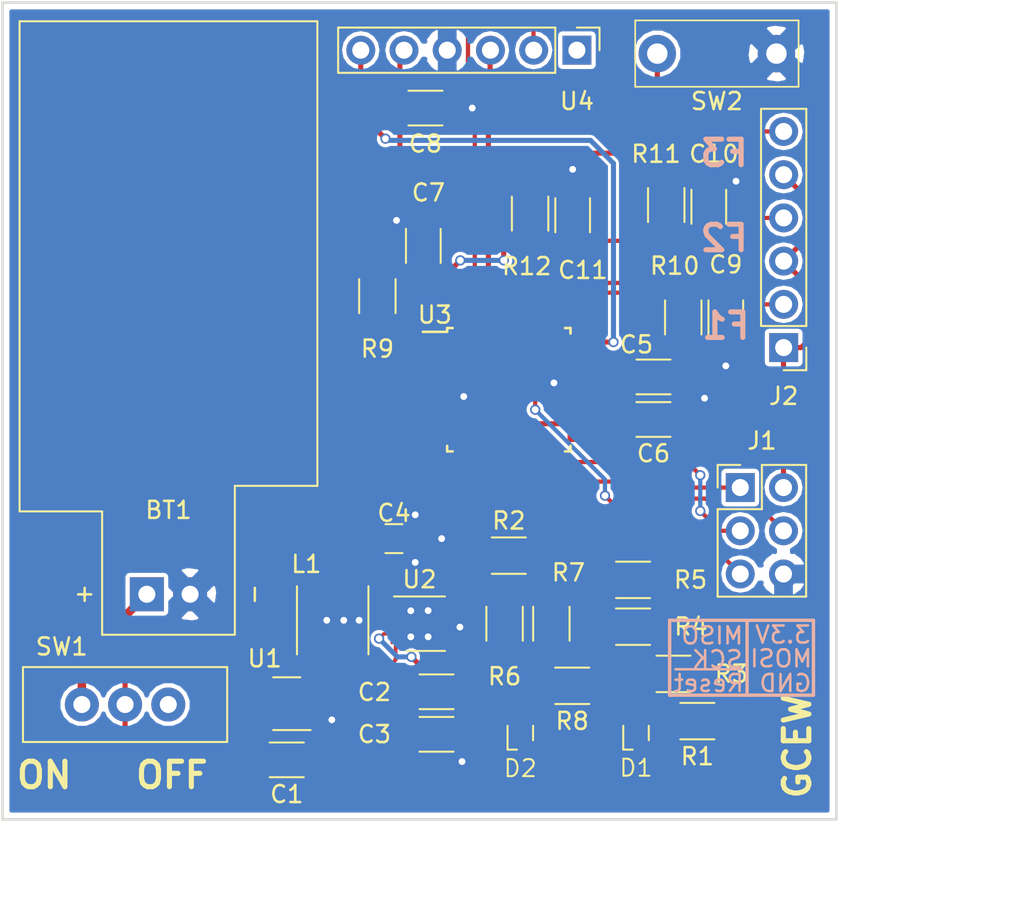
<source format=kicad_pcb>
(kicad_pcb (version 4) (host pcbnew 4.0.7)

  (general
    (links 84)
    (no_connects 0)
    (area 127.475 93.433332 193.85 154.700001)
    (thickness 1.6)
    (drawings 24)
    (tracks 355)
    (zones 0)
    (modules 35)
    (nets 46)
  )

  (page USLetter)
  (title_block
    (title GCEW_Glove)
    (date 2018-10-17)
    (rev 1)
    (company "Simon Wilson")
  )

  (layers
    (0 F.Cu signal)
    (31 B.Cu signal hide)
    (32 B.Adhes user)
    (33 F.Adhes user)
    (34 B.Paste user)
    (35 F.Paste user)
    (36 B.SilkS user)
    (37 F.SilkS user)
    (38 B.Mask user)
    (39 F.Mask user)
    (40 Dwgs.User user)
    (41 Cmts.User user)
    (42 Eco1.User user)
    (43 Eco2.User user)
    (44 Edge.Cuts user)
    (45 Margin user)
    (46 B.CrtYd user)
    (47 F.CrtYd user)
    (48 B.Fab user)
    (49 F.Fab user hide)
  )

  (setup
    (last_trace_width 0.3)
    (user_trace_width 0.18)
    (user_trace_width 0.2)
    (user_trace_width 0.22)
    (user_trace_width 0.25)
    (user_trace_width 0.3)
    (user_trace_width 0.5)
    (trace_clearance 0.18)
    (zone_clearance 0.16)
    (zone_45_only no)
    (trace_min 0.16)
    (segment_width 0.2)
    (edge_width 0.15)
    (via_size 0.6)
    (via_drill 0.4)
    (via_min_size 0.4)
    (via_min_drill 0.3)
    (uvia_size 0.3)
    (uvia_drill 0.1)
    (uvias_allowed no)
    (uvia_min_size 0.2)
    (uvia_min_drill 0.1)
    (pcb_text_width 0.3)
    (pcb_text_size 1.5 1.5)
    (mod_edge_width 0.15)
    (mod_text_size 1 1)
    (mod_text_width 0.15)
    (pad_size 1.7 1.7)
    (pad_drill 1)
    (pad_to_mask_clearance 0.2)
    (aux_axis_origin 0 0)
    (visible_elements 7FFEFFFF)
    (pcbplotparams
      (layerselection 0x010fc_80000001)
      (usegerberextensions true)
      (excludeedgelayer true)
      (linewidth 0.100000)
      (plotframeref false)
      (viasonmask false)
      (mode 1)
      (useauxorigin false)
      (hpglpennumber 1)
      (hpglpenspeed 20)
      (hpglpendiameter 15)
      (hpglpenoverlay 2)
      (psnegative false)
      (psa4output false)
      (plotreference true)
      (plotvalue false)
      (plotinvisibletext false)
      (padsonsilk false)
      (subtractmaskfromsilk false)
      (outputformat 1)
      (mirror false)
      (drillshape 0)
      (scaleselection 1)
      (outputdirectory GCEW_Glove_Gerber/))
  )

  (net 0 "")
  (net 1 VCC)
  (net 2 GND)
  (net 3 +3.3V)
  (net 4 "Net-(C5-Pad1)")
  (net 5 "Net-(C7-Pad2)")
  (net 6 Flex_1)
  (net 7 Flex_2)
  (net 8 Flex_3)
  (net 9 "Net-(D1-Pad2)")
  (net 10 "Net-(D1-Pad3)")
  (net 11 "Net-(D1-Pad4)")
  (net 12 "Net-(D2-Pad2)")
  (net 13 "Net-(D2-Pad3)")
  (net 14 "Net-(D2-Pad4)")
  (net 15 MISO)
  (net 16 SCK)
  (net 17 MOSI)
  (net 18 ~RESET)
  (net 19 "Net-(L1-Pad1)")
  (net 20 "Net-(L1-Pad2)")
  (net 21 "Net-(R1-Pad1)")
  (net 22 "Net-(R2-Pad1)")
  (net 23 "Net-(R2-Pad2)")
  (net 24 "Net-(R3-Pad1)")
  (net 25 "Net-(R4-Pad1)")
  (net 26 "Net-(R5-Pad2)")
  (net 27 "Net-(R7-Pad2)")
  (net 28 "Net-(R8-Pad2)")
  (net 29 "Net-(SW1-Pad3)")
  (net 30 "Net-(U1-Pad2)")
  (net 31 "Net-(U3-Pad1)")
  (net 32 "Net-(U3-Pad2)")
  (net 33 "Net-(U3-Pad3)")
  (net 34 "Net-(U3-Pad6)")
  (net 35 "Net-(U3-Pad7)")
  (net 36 "Net-(U3-Pad8)")
  (net 37 "Net-(U3-Pad19)")
  (net 38 "Net-(U3-Pad22)")
  (net 39 "Net-(U3-Pad23)")
  (net 40 "Net-(U3-Pad24)")
  (net 41 "Net-(U3-Pad28)")
  (net 42 HC-05_TX)
  (net 43 HC-05_RX)
  (net 44 "Net-(U4-Pad1)")
  (net 45 "Net-(BT1-Pad1)")

  (net_class Default "This is the default net class."
    (clearance 0.18)
    (trace_width 0.25)
    (via_dia 0.6)
    (via_drill 0.4)
    (uvia_dia 0.3)
    (uvia_drill 0.1)
    (add_net +3.3V)
    (add_net Flex_1)
    (add_net Flex_2)
    (add_net Flex_3)
    (add_net GND)
    (add_net HC-05_RX)
    (add_net HC-05_TX)
    (add_net MISO)
    (add_net MOSI)
    (add_net "Net-(BT1-Pad1)")
    (add_net "Net-(C5-Pad1)")
    (add_net "Net-(C7-Pad2)")
    (add_net "Net-(D1-Pad2)")
    (add_net "Net-(D1-Pad3)")
    (add_net "Net-(D1-Pad4)")
    (add_net "Net-(D2-Pad2)")
    (add_net "Net-(D2-Pad3)")
    (add_net "Net-(D2-Pad4)")
    (add_net "Net-(R1-Pad1)")
    (add_net "Net-(R2-Pad1)")
    (add_net "Net-(R2-Pad2)")
    (add_net "Net-(R3-Pad1)")
    (add_net "Net-(R4-Pad1)")
    (add_net "Net-(R5-Pad2)")
    (add_net "Net-(R7-Pad2)")
    (add_net "Net-(R8-Pad2)")
    (add_net "Net-(SW1-Pad3)")
    (add_net "Net-(U1-Pad2)")
    (add_net "Net-(U3-Pad1)")
    (add_net "Net-(U3-Pad19)")
    (add_net "Net-(U3-Pad2)")
    (add_net "Net-(U3-Pad22)")
    (add_net "Net-(U3-Pad23)")
    (add_net "Net-(U3-Pad24)")
    (add_net "Net-(U3-Pad28)")
    (add_net "Net-(U3-Pad3)")
    (add_net "Net-(U3-Pad6)")
    (add_net "Net-(U3-Pad7)")
    (add_net "Net-(U3-Pad8)")
    (add_net "Net-(U4-Pad1)")
    (add_net SCK)
    (add_net VCC)
    (add_net ~RESET)
  )

  (net_class Power ""
    (clearance 0.2)
    (trace_width 0.3)
    (via_dia 0.6)
    (via_drill 0.4)
    (uvia_dia 0.3)
    (uvia_drill 0.1)
  )

  (net_class Thinner ""
    (clearance 0.16)
    (trace_width 0.18)
    (via_dia 0.6)
    (via_drill 0.4)
    (uvia_dia 0.3)
    (uvia_drill 0.1)
    (add_net "Net-(L1-Pad1)")
    (add_net "Net-(L1-Pad2)")
  )

  (module myLib:WSON-12-1EP_3x3mm_Pitch0.4mm (layer F.Cu) (tedit 5BC8B471) (tstamp 5BCB8DC3)
    (at 154.5 136.5)
    (path /5BAFAEC6)
    (fp_text reference U2 (at 0 -2.6) (layer F.SilkS)
      (effects (font (size 1 1) (thickness 0.15)))
    )
    (fp_text value LM3668 (at 0 -3.8) (layer F.Fab)
      (effects (font (size 1 1) (thickness 0.15)))
    )
    (fp_line (start 0 1.6) (end -0.75 1.6) (layer F.SilkS) (width 0.12))
    (fp_line (start 0 1.6) (end 1.5 1.6) (layer F.SilkS) (width 0.12))
    (fp_line (start 0 -1.6) (end -1.5 -1.6) (layer F.SilkS) (width 0.12))
    (fp_line (start 0 -1.6) (end 1.5 -1.6) (layer F.SilkS) (width 0.12))
    (fp_line (start 0 -1.75) (end 1.95 -1.75) (layer F.CrtYd) (width 0.05))
    (fp_line (start 1.95 -1.75) (end 1.95 1.75) (layer F.CrtYd) (width 0.05))
    (fp_line (start 1.95 1.75) (end -1.95 1.75) (layer F.CrtYd) (width 0.05))
    (fp_line (start -1.95 1.75) (end -1.95 -1.75) (layer F.CrtYd) (width 0.05))
    (fp_line (start -1.95 -1.75) (end 0 -1.75) (layer F.CrtYd) (width 0.05))
    (fp_text user %R (at 0 0) (layer F.Fab)
      (effects (font (size 0.3 0.3) (thickness 0.045)))
    )
    (fp_line (start 1.5 -1.5) (end 1.5 1.5) (layer F.Fab) (width 0.1))
    (fp_line (start 1.5 1.5) (end -1.5 1.5) (layer F.Fab) (width 0.1))
    (fp_line (start -1.5 1.5) (end -1.5 -0.75) (layer F.Fab) (width 0.1))
    (fp_line (start -1.5 -0.75) (end -0.75 -1.5) (layer F.Fab) (width 0.1))
    (fp_line (start -0.75 -1.5) (end 1.5 -1.5) (layer F.Fab) (width 0.1))
    (pad DAP smd rect (at 0 0) (size 1.68 2.2) (layers F.Cu F.Paste F.Mask)
      (net 2 GND) (solder_mask_margin 0.07))
    (pad 1 smd rect (at -1.4 -1) (size 0.6 0.2) (layers F.Cu F.Paste F.Mask)
      (net 3 +3.3V) (solder_mask_margin 0.07))
    (pad 2 smd rect (at -1.4 -0.6) (size 0.6 0.2) (layers F.Cu F.Paste F.Mask)
      (net 19 "Net-(L1-Pad1)") (solder_mask_margin 0.07))
    (pad 3 smd rect (at -1.4 -0.2) (size 0.6 0.2) (layers F.Cu F.Paste F.Mask)
      (net 2 GND) (solder_mask_margin 0.07))
    (pad 4 smd rect (at -1.4 0.2) (size 0.6 0.2) (layers F.Cu F.Paste F.Mask)
      (net 20 "Net-(L1-Pad2)") (solder_mask_margin 0.07))
    (pad 5 smd rect (at -1.4 0.6) (size 0.6 0.2) (layers F.Cu F.Paste F.Mask)
      (net 1 VCC) (solder_mask_margin 0.07))
    (pad 6 smd rect (at -1.4 1) (size 0.6 0.2) (layers F.Cu F.Paste F.Mask)
      (net 30 "Net-(U1-Pad2)") (solder_mask_margin 0.07))
    (pad 7 smd rect (at 1.4 1) (size 0.6 0.2) (layers F.Cu F.Paste F.Mask)
      (net 1 VCC) (solder_mask_margin 0.07))
    (pad 8 smd rect (at 1.4 0.6) (size 0.6 0.2) (layers F.Cu F.Paste F.Mask)
      (net 2 GND) (solder_mask_margin 0.07))
    (pad 9 smd rect (at 1.4 0.2) (size 0.6 0.2) (layers F.Cu F.Paste F.Mask)
      (net 2 GND) (solder_mask_margin 0.07))
    (pad 10 smd rect (at 1.4 -0.2) (size 0.6 0.2) (layers F.Cu F.Paste F.Mask)
      (net 2 GND) (solder_mask_margin 0.07))
    (pad 11 smd rect (at 1.4 -0.6) (size 0.6 0.2) (layers F.Cu F.Paste F.Mask)
      (net 1 VCC) (solder_mask_margin 0.07))
    (pad 12 smd rect (at 1.4 -1) (size 0.6 0.2) (layers F.Cu F.Paste F.Mask)
      (net 3 +3.3V) (solder_mask_margin 0.07))
  )

  (module myLib:1S_150mAH_LiPo (layer F.Cu) (tedit 5BC9E551) (tstamp 5BCB8B55)
    (at 139.75 114.75 90)
    (path /5BAFAC06)
    (fp_text reference BT1 (at -15.075 0 180) (layer F.SilkS)
      (effects (font (size 1 1) (thickness 0.15)))
    )
    (fp_text value 1S_LiPo (at 0 -11.3 90) (layer F.Fab)
      (effects (font (size 1 1) (thickness 0.15)))
    )
    (fp_text user - (at -20.025 5 90) (layer F.SilkS)
      (effects (font (size 1 1) (thickness 0.15)))
    )
    (fp_text user + (at -20.025 -5 90) (layer F.SilkS)
      (effects (font (size 1 1) (thickness 0.15)))
    )
    (fp_line (start -15.15 -3.9) (end -22.4 -3.9) (layer F.SilkS) (width 0.12))
    (fp_line (start -22.4 -3.9) (end -22.4 3.9) (layer F.SilkS) (width 0.12))
    (fp_line (start -22.4 3.9) (end -13.65 3.9) (layer F.SilkS) (width 0.12))
    (fp_line (start -13.65 3.9) (end -13.65 8.75) (layer F.SilkS) (width 0.12))
    (fp_line (start -13.65 8.75) (end 13.65 8.75) (layer F.SilkS) (width 0.12))
    (fp_line (start 13.65 8.75) (end 13.65 -8.75) (layer F.SilkS) (width 0.12))
    (fp_line (start 13.65 -8.75) (end -15.15 -8.75) (layer F.SilkS) (width 0.12))
    (fp_line (start -15.15 -8.75) (end -15.15 -3.9) (layer F.SilkS) (width 0.12))
    (fp_text user %R (at 0 0 90) (layer F.Fab)
      (effects (font (size 1 1) (thickness 0.15)))
    )
    (fp_line (start -13.75 8.85) (end -13.75 4) (layer F.CrtYd) (width 0.05))
    (fp_line (start -13.75 4) (end -22.5 4) (layer F.CrtYd) (width 0.05))
    (fp_line (start -22.5 4) (end -22.5 -4) (layer F.CrtYd) (width 0.05))
    (fp_line (start -22.5 -4) (end -15.25 -4) (layer F.CrtYd) (width 0.05))
    (fp_line (start -15.25 -4) (end -15.25 -8.85) (layer F.CrtYd) (width 0.05))
    (fp_line (start -15.25 -8.85) (end 13.75 -8.85) (layer F.CrtYd) (width 0.05))
    (fp_line (start -16.5 0) (end -16.5 3.75) (layer F.Fab) (width 0.15))
    (fp_line (start -16.5 3.75) (end -22.25 3.75) (layer F.Fab) (width 0.15))
    (fp_line (start -22.25 3.75) (end -22.25 -3.75) (layer F.Fab) (width 0.15))
    (fp_line (start -22.25 -3.75) (end -16.5 -3.75) (layer F.Fab) (width 0.15))
    (fp_line (start -16.5 0) (end -16.5 -3.75) (layer F.Fab) (width 0.15))
    (fp_line (start 13.75 -8.85) (end 13.75 8.85) (layer F.CrtYd) (width 0.05))
    (fp_line (start 13.75 8.85) (end -13.75 8.85) (layer F.CrtYd) (width 0.05))
    (fp_line (start 13.5 8.6) (end 13.5 -8.6) (layer F.Fab) (width 0.1))
    (fp_line (start 13.5 -8.6) (end -15 -8.6) (layer F.Fab) (width 0.1))
    (fp_line (start -15 -8.6) (end -15 -5.6) (layer F.Fab) (width 0.1))
    (fp_line (start -15 -5.6) (end -13.5 -5.6) (layer F.Fab) (width 0.1))
    (fp_line (start -13.5 -5.6) (end -13.5 8.6) (layer F.Fab) (width 0.1))
    (fp_line (start -13.5 8.6) (end 13.5 8.6) (layer F.Fab) (width 0.1))
    (pad 1 thru_hole rect (at -20.02 -1.27 90) (size 2 2) (drill 1) (layers *.Cu *.Mask)
      (net 45 "Net-(BT1-Pad1)") (clearance 0.25))
    (pad 2 thru_hole circle (at -20.02 1.27 90) (size 2 2) (drill 1) (layers *.Cu *.Mask)
      (net 2 GND))
  )

  (module Capacitors_SMD:C_1206 (layer F.Cu) (tedit 5BC8B3D1) (tstamp 5BCB8B66)
    (at 146.7 144.5)
    (descr "Capacitor SMD 1206, reflow soldering, AVX (see smccp.pdf)")
    (tags "capacitor 1206")
    (path /5BAF9F3F)
    (attr smd)
    (fp_text reference C1 (at 0 2.025) (layer F.SilkS)
      (effects (font (size 1 1) (thickness 0.15)))
    )
    (fp_text value "0.1uF 25V" (at 0 2) (layer F.Fab)
      (effects (font (size 1 1) (thickness 0.15)))
    )
    (fp_text user %R (at 0 -1.75) (layer F.Fab)
      (effects (font (size 1 1) (thickness 0.15)))
    )
    (fp_line (start -1.6 0.8) (end -1.6 -0.8) (layer F.Fab) (width 0.1))
    (fp_line (start 1.6 0.8) (end -1.6 0.8) (layer F.Fab) (width 0.1))
    (fp_line (start 1.6 -0.8) (end 1.6 0.8) (layer F.Fab) (width 0.1))
    (fp_line (start -1.6 -0.8) (end 1.6 -0.8) (layer F.Fab) (width 0.1))
    (fp_line (start 1 -1.02) (end -1 -1.02) (layer F.SilkS) (width 0.12))
    (fp_line (start -1 1.02) (end 1 1.02) (layer F.SilkS) (width 0.12))
    (fp_line (start -2.25 -1.05) (end 2.25 -1.05) (layer F.CrtYd) (width 0.05))
    (fp_line (start -2.25 -1.05) (end -2.25 1.05) (layer F.CrtYd) (width 0.05))
    (fp_line (start 2.25 1.05) (end 2.25 -1.05) (layer F.CrtYd) (width 0.05))
    (fp_line (start 2.25 1.05) (end -2.25 1.05) (layer F.CrtYd) (width 0.05))
    (pad 1 smd rect (at -1.5 0) (size 1 1.6) (layers F.Cu F.Paste F.Mask)
      (net 1 VCC))
    (pad 2 smd rect (at 1.5 0) (size 1 1.6) (layers F.Cu F.Paste F.Mask)
      (net 2 GND))
    (model Capacitors_SMD.3dshapes/C_1206.wrl
      (at (xyz 0 0 0))
      (scale (xyz 1 1 1))
      (rotate (xyz 0 0 0))
    )
  )

  (module Capacitors_SMD:C_1206 (layer F.Cu) (tedit 5BC8B38D) (tstamp 5BCB8B77)
    (at 155.5 140.5 180)
    (descr "Capacitor SMD 1206, reflow soldering, AVX (see smccp.pdf)")
    (tags "capacitor 1206")
    (path /5BB4BF1E)
    (attr smd)
    (fp_text reference C2 (at 3.65 -0.025 180) (layer F.SilkS)
      (effects (font (size 1 1) (thickness 0.15)))
    )
    (fp_text value "0.1uF 25V" (at 0 2 180) (layer F.Fab)
      (effects (font (size 1 1) (thickness 0.15)))
    )
    (fp_text user %R (at 0 -1.75 180) (layer F.Fab)
      (effects (font (size 1 1) (thickness 0.15)))
    )
    (fp_line (start -1.6 0.8) (end -1.6 -0.8) (layer F.Fab) (width 0.1))
    (fp_line (start 1.6 0.8) (end -1.6 0.8) (layer F.Fab) (width 0.1))
    (fp_line (start 1.6 -0.8) (end 1.6 0.8) (layer F.Fab) (width 0.1))
    (fp_line (start -1.6 -0.8) (end 1.6 -0.8) (layer F.Fab) (width 0.1))
    (fp_line (start 1 -1.02) (end -1 -1.02) (layer F.SilkS) (width 0.12))
    (fp_line (start -1 1.02) (end 1 1.02) (layer F.SilkS) (width 0.12))
    (fp_line (start -2.25 -1.05) (end 2.25 -1.05) (layer F.CrtYd) (width 0.05))
    (fp_line (start -2.25 -1.05) (end -2.25 1.05) (layer F.CrtYd) (width 0.05))
    (fp_line (start 2.25 1.05) (end 2.25 -1.05) (layer F.CrtYd) (width 0.05))
    (fp_line (start 2.25 1.05) (end -2.25 1.05) (layer F.CrtYd) (width 0.05))
    (pad 1 smd rect (at -1.5 0 180) (size 1 1.6) (layers F.Cu F.Paste F.Mask)
      (net 2 GND))
    (pad 2 smd rect (at 1.5 0 180) (size 1 1.6) (layers F.Cu F.Paste F.Mask)
      (net 1 VCC))
    (model Capacitors_SMD.3dshapes/C_1206.wrl
      (at (xyz 0 0 0))
      (scale (xyz 1 1 1))
      (rotate (xyz 0 0 0))
    )
  )

  (module Capacitors_SMD:C_1206 (layer F.Cu) (tedit 5BC8B3A5) (tstamp 5BCB8B88)
    (at 155.5 143 180)
    (descr "Capacitor SMD 1206, reflow soldering, AVX (see smccp.pdf)")
    (tags "capacitor 1206")
    (path /5BB06120)
    (attr smd)
    (fp_text reference C3 (at 3.65 0 180) (layer F.SilkS)
      (effects (font (size 1 1) (thickness 0.15)))
    )
    (fp_text value "10uF 35V" (at 0 2 180) (layer F.Fab)
      (effects (font (size 1 1) (thickness 0.15)))
    )
    (fp_text user %R (at 0 -1.75 180) (layer F.Fab)
      (effects (font (size 1 1) (thickness 0.15)))
    )
    (fp_line (start -1.6 0.8) (end -1.6 -0.8) (layer F.Fab) (width 0.1))
    (fp_line (start 1.6 0.8) (end -1.6 0.8) (layer F.Fab) (width 0.1))
    (fp_line (start 1.6 -0.8) (end 1.6 0.8) (layer F.Fab) (width 0.1))
    (fp_line (start -1.6 -0.8) (end 1.6 -0.8) (layer F.Fab) (width 0.1))
    (fp_line (start 1 -1.02) (end -1 -1.02) (layer F.SilkS) (width 0.12))
    (fp_line (start -1 1.02) (end 1 1.02) (layer F.SilkS) (width 0.12))
    (fp_line (start -2.25 -1.05) (end 2.25 -1.05) (layer F.CrtYd) (width 0.05))
    (fp_line (start -2.25 -1.05) (end -2.25 1.05) (layer F.CrtYd) (width 0.05))
    (fp_line (start 2.25 1.05) (end 2.25 -1.05) (layer F.CrtYd) (width 0.05))
    (fp_line (start 2.25 1.05) (end -2.25 1.05) (layer F.CrtYd) (width 0.05))
    (pad 1 smd rect (at -1.5 0 180) (size 1 1.6) (layers F.Cu F.Paste F.Mask)
      (net 2 GND))
    (pad 2 smd rect (at 1.5 0 180) (size 1 1.6) (layers F.Cu F.Paste F.Mask)
      (net 1 VCC))
    (model Capacitors_SMD.3dshapes/C_1206.wrl
      (at (xyz 0 0 0))
      (scale (xyz 1 1 1))
      (rotate (xyz 0 0 0))
    )
  )

  (module Capacitors_SMD:C_1206 (layer F.Cu) (tedit 5BC8B48D) (tstamp 5BCB8BAA)
    (at 168.25 122)
    (descr "Capacitor SMD 1206, reflow soldering, AVX (see smccp.pdf)")
    (tags "capacitor 1206")
    (path /5BB586F2)
    (attr smd)
    (fp_text reference C5 (at -1 -1.9) (layer F.SilkS)
      (effects (font (size 1 1) (thickness 0.15)))
    )
    (fp_text value "0.1uF 25V" (at 0 2) (layer F.Fab)
      (effects (font (size 1 1) (thickness 0.15)))
    )
    (fp_text user %R (at 0 -1.75) (layer F.Fab)
      (effects (font (size 1 1) (thickness 0.15)))
    )
    (fp_line (start -1.6 0.8) (end -1.6 -0.8) (layer F.Fab) (width 0.1))
    (fp_line (start 1.6 0.8) (end -1.6 0.8) (layer F.Fab) (width 0.1))
    (fp_line (start 1.6 -0.8) (end 1.6 0.8) (layer F.Fab) (width 0.1))
    (fp_line (start -1.6 -0.8) (end 1.6 -0.8) (layer F.Fab) (width 0.1))
    (fp_line (start 1 -1.02) (end -1 -1.02) (layer F.SilkS) (width 0.12))
    (fp_line (start -1 1.02) (end 1 1.02) (layer F.SilkS) (width 0.12))
    (fp_line (start -2.25 -1.05) (end 2.25 -1.05) (layer F.CrtYd) (width 0.05))
    (fp_line (start -2.25 -1.05) (end -2.25 1.05) (layer F.CrtYd) (width 0.05))
    (fp_line (start 2.25 1.05) (end 2.25 -1.05) (layer F.CrtYd) (width 0.05))
    (fp_line (start 2.25 1.05) (end -2.25 1.05) (layer F.CrtYd) (width 0.05))
    (pad 1 smd rect (at -1.5 0) (size 1 1.6) (layers F.Cu F.Paste F.Mask)
      (net 4 "Net-(C5-Pad1)"))
    (pad 2 smd rect (at 1.5 0) (size 1 1.6) (layers F.Cu F.Paste F.Mask)
      (net 2 GND))
    (model Capacitors_SMD.3dshapes/C_1206.wrl
      (at (xyz 0 0 0))
      (scale (xyz 1 1 1))
      (rotate (xyz 0 0 0))
    )
  )

  (module Capacitors_SMD:C_1206 (layer F.Cu) (tedit 5BC8B49F) (tstamp 5BCB8BBB)
    (at 168.25 124.5 180)
    (descr "Capacitor SMD 1206, reflow soldering, AVX (see smccp.pdf)")
    (tags "capacitor 1206")
    (path /5BB4A4F4)
    (attr smd)
    (fp_text reference C6 (at 0 -2 180) (layer F.SilkS)
      (effects (font (size 1 1) (thickness 0.15)))
    )
    (fp_text value "0.1uF 25V" (at 0 2 180) (layer F.Fab)
      (effects (font (size 1 1) (thickness 0.15)))
    )
    (fp_text user %R (at 0 -1.75 180) (layer F.Fab)
      (effects (font (size 1 1) (thickness 0.15)))
    )
    (fp_line (start -1.6 0.8) (end -1.6 -0.8) (layer F.Fab) (width 0.1))
    (fp_line (start 1.6 0.8) (end -1.6 0.8) (layer F.Fab) (width 0.1))
    (fp_line (start 1.6 -0.8) (end 1.6 0.8) (layer F.Fab) (width 0.1))
    (fp_line (start -1.6 -0.8) (end 1.6 -0.8) (layer F.Fab) (width 0.1))
    (fp_line (start 1 -1.02) (end -1 -1.02) (layer F.SilkS) (width 0.12))
    (fp_line (start -1 1.02) (end 1 1.02) (layer F.SilkS) (width 0.12))
    (fp_line (start -2.25 -1.05) (end 2.25 -1.05) (layer F.CrtYd) (width 0.05))
    (fp_line (start -2.25 -1.05) (end -2.25 1.05) (layer F.CrtYd) (width 0.05))
    (fp_line (start 2.25 1.05) (end 2.25 -1.05) (layer F.CrtYd) (width 0.05))
    (fp_line (start 2.25 1.05) (end -2.25 1.05) (layer F.CrtYd) (width 0.05))
    (pad 1 smd rect (at -1.5 0 180) (size 1 1.6) (layers F.Cu F.Paste F.Mask)
      (net 2 GND))
    (pad 2 smd rect (at 1.5 0 180) (size 1 1.6) (layers F.Cu F.Paste F.Mask)
      (net 3 +3.3V))
    (model Capacitors_SMD.3dshapes/C_1206.wrl
      (at (xyz 0 0 0))
      (scale (xyz 1 1 1))
      (rotate (xyz 0 0 0))
    )
  )

  (module Capacitors_SMD:C_1206 (layer F.Cu) (tedit 5BC8B58D) (tstamp 5BCB8BCC)
    (at 154.725 114.3 270)
    (descr "Capacitor SMD 1206, reflow soldering, AVX (see smccp.pdf)")
    (tags "capacitor 1206")
    (path /5BC6676C)
    (attr smd)
    (fp_text reference C7 (at -3.125 -0.3 360) (layer F.SilkS)
      (effects (font (size 1 1) (thickness 0.15)))
    )
    (fp_text value "0.1uF 25V" (at 0 2 270) (layer F.Fab)
      (effects (font (size 1 1) (thickness 0.15)))
    )
    (fp_text user %R (at 0 -1.75 270) (layer F.Fab)
      (effects (font (size 1 1) (thickness 0.15)))
    )
    (fp_line (start -1.6 0.8) (end -1.6 -0.8) (layer F.Fab) (width 0.1))
    (fp_line (start 1.6 0.8) (end -1.6 0.8) (layer F.Fab) (width 0.1))
    (fp_line (start 1.6 -0.8) (end 1.6 0.8) (layer F.Fab) (width 0.1))
    (fp_line (start -1.6 -0.8) (end 1.6 -0.8) (layer F.Fab) (width 0.1))
    (fp_line (start 1 -1.02) (end -1 -1.02) (layer F.SilkS) (width 0.12))
    (fp_line (start -1 1.02) (end 1 1.02) (layer F.SilkS) (width 0.12))
    (fp_line (start -2.25 -1.05) (end 2.25 -1.05) (layer F.CrtYd) (width 0.05))
    (fp_line (start -2.25 -1.05) (end -2.25 1.05) (layer F.CrtYd) (width 0.05))
    (fp_line (start 2.25 1.05) (end 2.25 -1.05) (layer F.CrtYd) (width 0.05))
    (fp_line (start 2.25 1.05) (end -2.25 1.05) (layer F.CrtYd) (width 0.05))
    (pad 1 smd rect (at -1.5 0 270) (size 1 1.6) (layers F.Cu F.Paste F.Mask)
      (net 2 GND))
    (pad 2 smd rect (at 1.5 0 270) (size 1 1.6) (layers F.Cu F.Paste F.Mask)
      (net 5 "Net-(C7-Pad2)"))
    (model Capacitors_SMD.3dshapes/C_1206.wrl
      (at (xyz 0 0 0))
      (scale (xyz 1 1 1))
      (rotate (xyz 0 0 0))
    )
  )

  (module Capacitors_SMD:C_1206 (layer F.Cu) (tedit 5BC9F2D3) (tstamp 5BCB8BDD)
    (at 154.85 106.2 180)
    (descr "Capacitor SMD 1206, reflow soldering, AVX (see smccp.pdf)")
    (tags "capacitor 1206")
    (path /5BB4B308)
    (attr smd)
    (fp_text reference C8 (at 0 -2.1 180) (layer F.SilkS)
      (effects (font (size 1 1) (thickness 0.15)))
    )
    (fp_text value "0.1uF 25V" (at 0 2 180) (layer F.Fab)
      (effects (font (size 1 1) (thickness 0.15)))
    )
    (fp_text user %R (at 0 -1.75 180) (layer F.Fab)
      (effects (font (size 1 1) (thickness 0.15)))
    )
    (fp_line (start -1.6 0.8) (end -1.6 -0.8) (layer F.Fab) (width 0.1))
    (fp_line (start 1.6 0.8) (end -1.6 0.8) (layer F.Fab) (width 0.1))
    (fp_line (start 1.6 -0.8) (end 1.6 0.8) (layer F.Fab) (width 0.1))
    (fp_line (start -1.6 -0.8) (end 1.6 -0.8) (layer F.Fab) (width 0.1))
    (fp_line (start 1 -1.02) (end -1 -1.02) (layer F.SilkS) (width 0.12))
    (fp_line (start -1 1.02) (end 1 1.02) (layer F.SilkS) (width 0.12))
    (fp_line (start -2.25 -1.05) (end 2.25 -1.05) (layer F.CrtYd) (width 0.05))
    (fp_line (start -2.25 -1.05) (end -2.25 1.05) (layer F.CrtYd) (width 0.05))
    (fp_line (start 2.25 1.05) (end 2.25 -1.05) (layer F.CrtYd) (width 0.05))
    (fp_line (start 2.25 1.05) (end -2.25 1.05) (layer F.CrtYd) (width 0.05))
    (pad 1 smd rect (at -1.5 0 180) (size 1 1.6) (layers F.Cu F.Paste F.Mask)
      (net 2 GND))
    (pad 2 smd rect (at 1.5 0 180) (size 1 1.6) (layers F.Cu F.Paste F.Mask)
      (net 3 +3.3V))
    (model Capacitors_SMD.3dshapes/C_1206.wrl
      (at (xyz 0 0 0))
      (scale (xyz 1 1 1))
      (rotate (xyz 0 0 0))
    )
  )

  (module Capacitors_SMD:C_1206 (layer F.Cu) (tedit 5BC8B500) (tstamp 5BCB8BEE)
    (at 172.5 118.5 270)
    (descr "Capacitor SMD 1206, reflow soldering, AVX (see smccp.pdf)")
    (tags "capacitor 1206")
    (path /5BC72B09)
    (attr smd)
    (fp_text reference C9 (at -3.1 0 360) (layer F.SilkS)
      (effects (font (size 1 1) (thickness 0.15)))
    )
    (fp_text value "0.1uF 25V" (at 0 2 270) (layer F.Fab)
      (effects (font (size 1 1) (thickness 0.15)))
    )
    (fp_text user %R (at 0 -1.75 270) (layer F.Fab)
      (effects (font (size 1 1) (thickness 0.15)))
    )
    (fp_line (start -1.6 0.8) (end -1.6 -0.8) (layer F.Fab) (width 0.1))
    (fp_line (start 1.6 0.8) (end -1.6 0.8) (layer F.Fab) (width 0.1))
    (fp_line (start 1.6 -0.8) (end 1.6 0.8) (layer F.Fab) (width 0.1))
    (fp_line (start -1.6 -0.8) (end 1.6 -0.8) (layer F.Fab) (width 0.1))
    (fp_line (start 1 -1.02) (end -1 -1.02) (layer F.SilkS) (width 0.12))
    (fp_line (start -1 1.02) (end 1 1.02) (layer F.SilkS) (width 0.12))
    (fp_line (start -2.25 -1.05) (end 2.25 -1.05) (layer F.CrtYd) (width 0.05))
    (fp_line (start -2.25 -1.05) (end -2.25 1.05) (layer F.CrtYd) (width 0.05))
    (fp_line (start 2.25 1.05) (end 2.25 -1.05) (layer F.CrtYd) (width 0.05))
    (fp_line (start 2.25 1.05) (end -2.25 1.05) (layer F.CrtYd) (width 0.05))
    (pad 1 smd rect (at -1.5 0 270) (size 1 1.6) (layers F.Cu F.Paste F.Mask)
      (net 6 Flex_1))
    (pad 2 smd rect (at 1.5 0 270) (size 1 1.6) (layers F.Cu F.Paste F.Mask)
      (net 2 GND))
    (model Capacitors_SMD.3dshapes/C_1206.wrl
      (at (xyz 0 0 0))
      (scale (xyz 1 1 1))
      (rotate (xyz 0 0 0))
    )
  )

  (module Capacitors_SMD:C_1206 (layer F.Cu) (tedit 5BC8B51E) (tstamp 5BCB8BFF)
    (at 171.5 112 90)
    (descr "Capacitor SMD 1206, reflow soldering, AVX (see smccp.pdf)")
    (tags "capacitor 1206")
    (path /5BC72CFA)
    (attr smd)
    (fp_text reference C10 (at 3.1 0.3 180) (layer F.SilkS)
      (effects (font (size 1 1) (thickness 0.15)))
    )
    (fp_text value "0.1uF 25V" (at 0 2 90) (layer F.Fab)
      (effects (font (size 1 1) (thickness 0.15)))
    )
    (fp_text user %R (at 0 -1.75 90) (layer F.Fab)
      (effects (font (size 1 1) (thickness 0.15)))
    )
    (fp_line (start -1.6 0.8) (end -1.6 -0.8) (layer F.Fab) (width 0.1))
    (fp_line (start 1.6 0.8) (end -1.6 0.8) (layer F.Fab) (width 0.1))
    (fp_line (start 1.6 -0.8) (end 1.6 0.8) (layer F.Fab) (width 0.1))
    (fp_line (start -1.6 -0.8) (end 1.6 -0.8) (layer F.Fab) (width 0.1))
    (fp_line (start 1 -1.02) (end -1 -1.02) (layer F.SilkS) (width 0.12))
    (fp_line (start -1 1.02) (end 1 1.02) (layer F.SilkS) (width 0.12))
    (fp_line (start -2.25 -1.05) (end 2.25 -1.05) (layer F.CrtYd) (width 0.05))
    (fp_line (start -2.25 -1.05) (end -2.25 1.05) (layer F.CrtYd) (width 0.05))
    (fp_line (start 2.25 1.05) (end 2.25 -1.05) (layer F.CrtYd) (width 0.05))
    (fp_line (start 2.25 1.05) (end -2.25 1.05) (layer F.CrtYd) (width 0.05))
    (pad 1 smd rect (at -1.5 0 90) (size 1 1.6) (layers F.Cu F.Paste F.Mask)
      (net 7 Flex_2))
    (pad 2 smd rect (at 1.5 0 90) (size 1 1.6) (layers F.Cu F.Paste F.Mask)
      (net 2 GND))
    (model Capacitors_SMD.3dshapes/C_1206.wrl
      (at (xyz 0 0 0))
      (scale (xyz 1 1 1))
      (rotate (xyz 0 0 0))
    )
  )

  (module Capacitors_SMD:C_1206 (layer F.Cu) (tedit 5BC8B5B6) (tstamp 5BCB8C10)
    (at 163.5 112.5 90)
    (descr "Capacitor SMD 1206, reflow soldering, AVX (see smccp.pdf)")
    (tags "capacitor 1206")
    (path /5BC72C69)
    (attr smd)
    (fp_text reference C11 (at -3.225 0.6 180) (layer F.SilkS)
      (effects (font (size 1 1) (thickness 0.15)))
    )
    (fp_text value "0.1uF 25V" (at 0 2 90) (layer F.Fab)
      (effects (font (size 1 1) (thickness 0.15)))
    )
    (fp_text user %R (at 0 -1.75 90) (layer F.Fab)
      (effects (font (size 1 1) (thickness 0.15)))
    )
    (fp_line (start -1.6 0.8) (end -1.6 -0.8) (layer F.Fab) (width 0.1))
    (fp_line (start 1.6 0.8) (end -1.6 0.8) (layer F.Fab) (width 0.1))
    (fp_line (start 1.6 -0.8) (end 1.6 0.8) (layer F.Fab) (width 0.1))
    (fp_line (start -1.6 -0.8) (end 1.6 -0.8) (layer F.Fab) (width 0.1))
    (fp_line (start 1 -1.02) (end -1 -1.02) (layer F.SilkS) (width 0.12))
    (fp_line (start -1 1.02) (end 1 1.02) (layer F.SilkS) (width 0.12))
    (fp_line (start -2.25 -1.05) (end 2.25 -1.05) (layer F.CrtYd) (width 0.05))
    (fp_line (start -2.25 -1.05) (end -2.25 1.05) (layer F.CrtYd) (width 0.05))
    (fp_line (start 2.25 1.05) (end 2.25 -1.05) (layer F.CrtYd) (width 0.05))
    (fp_line (start 2.25 1.05) (end -2.25 1.05) (layer F.CrtYd) (width 0.05))
    (pad 1 smd rect (at -1.5 0 90) (size 1 1.6) (layers F.Cu F.Paste F.Mask)
      (net 8 Flex_3))
    (pad 2 smd rect (at 1.5 0 90) (size 1 1.6) (layers F.Cu F.Paste F.Mask)
      (net 2 GND))
    (model Capacitors_SMD.3dshapes/C_1206.wrl
      (at (xyz 0 0 0))
      (scale (xyz 1 1 1))
      (rotate (xyz 0 0 0))
    )
  )

  (module Pin_Headers:Pin_Header_Straight_2x03_Pitch2.54mm (layer F.Cu) (tedit 5BC9E658) (tstamp 5BCB8C62)
    (at 173.35 128.5)
    (descr "Through hole straight pin header, 2x03, 2.54mm pitch, double rows")
    (tags "Through hole pin header THT 2x03 2.54mm double row")
    (path /5BC69040)
    (fp_text reference J1 (at 1.275 -2.75) (layer F.SilkS)
      (effects (font (size 1 1) (thickness 0.15)))
    )
    (fp_text value Conn_02x03_Odd_Even (at 1.27 7.41) (layer F.Fab)
      (effects (font (size 1 1) (thickness 0.15)))
    )
    (fp_line (start 0 -1.27) (end 3.81 -1.27) (layer F.Fab) (width 0.1))
    (fp_line (start 3.81 -1.27) (end 3.81 6.35) (layer F.Fab) (width 0.1))
    (fp_line (start 3.81 6.35) (end -1.27 6.35) (layer F.Fab) (width 0.1))
    (fp_line (start -1.27 6.35) (end -1.27 0) (layer F.Fab) (width 0.1))
    (fp_line (start -1.27 0) (end 0 -1.27) (layer F.Fab) (width 0.1))
    (fp_line (start -1.33 6.41) (end 3.87 6.41) (layer F.SilkS) (width 0.12))
    (fp_line (start -1.33 1.27) (end -1.33 6.41) (layer F.SilkS) (width 0.12))
    (fp_line (start 3.87 -1.33) (end 3.87 6.41) (layer F.SilkS) (width 0.12))
    (fp_line (start -1.33 1.27) (end 1.27 1.27) (layer F.SilkS) (width 0.12))
    (fp_line (start 1.27 1.27) (end 1.27 -1.33) (layer F.SilkS) (width 0.12))
    (fp_line (start 1.27 -1.33) (end 3.87 -1.33) (layer F.SilkS) (width 0.12))
    (fp_line (start -1.33 0) (end -1.33 -1.33) (layer F.SilkS) (width 0.12))
    (fp_line (start -1.33 -1.33) (end 0 -1.33) (layer F.SilkS) (width 0.12))
    (fp_line (start -1.8 -1.8) (end -1.8 6.85) (layer F.CrtYd) (width 0.05))
    (fp_line (start -1.8 6.85) (end 4.35 6.85) (layer F.CrtYd) (width 0.05))
    (fp_line (start 4.35 6.85) (end 4.35 -1.8) (layer F.CrtYd) (width 0.05))
    (fp_line (start 4.35 -1.8) (end -1.8 -1.8) (layer F.CrtYd) (width 0.05))
    (fp_text user %R (at 1.27 2.54 90) (layer F.Fab)
      (effects (font (size 1 1) (thickness 0.15)))
    )
    (pad 1 thru_hole rect (at 0 0) (size 1.7 1.7) (drill 1) (layers *.Cu *.Mask)
      (net 15 MISO) (clearance 0.25))
    (pad 2 thru_hole oval (at 2.54 0) (size 1.7 1.7) (drill 1) (layers *.Cu *.Mask)
      (net 3 +3.3V) (clearance 0.25))
    (pad 3 thru_hole oval (at 0 2.54) (size 1.7 1.7) (drill 1) (layers *.Cu *.Mask)
      (net 16 SCK) (clearance 0.25))
    (pad 4 thru_hole oval (at 2.54 2.54) (size 1.7 1.7) (drill 1) (layers *.Cu *.Mask)
      (net 17 MOSI) (clearance 0.25))
    (pad 5 thru_hole oval (at 0 5.08) (size 1.7 1.7) (drill 1) (layers *.Cu *.Mask)
      (net 18 ~RESET) (clearance 0.25))
    (pad 6 thru_hole oval (at 2.54 5.08) (size 1.7 1.7) (drill 1) (layers *.Cu *.Mask)
      (net 2 GND))
    (model ${KISYS3DMOD}/Pin_Headers.3dshapes/Pin_Header_Straight_2x03_Pitch2.54mm.wrl
      (at (xyz 0 0 0))
      (scale (xyz 1 1 1))
      (rotate (xyz 0 0 0))
    )
  )

  (module Pin_Headers:Pin_Header_Straight_1x06_Pitch2.54mm (layer F.Cu) (tedit 5BC9E618) (tstamp 5BCB8C7C)
    (at 175.9 120.275 180)
    (descr "Through hole straight pin header, 1x06, 2.54mm pitch, single row")
    (tags "Through hole pin header THT 1x06 2.54mm single row")
    (path /5BB51497)
    (fp_text reference J2 (at 0 -2.85 180) (layer F.SilkS)
      (effects (font (size 1 1) (thickness 0.15)))
    )
    (fp_text value Flex_Sensor_Inputs (at 0 15.03 180) (layer F.Fab)
      (effects (font (size 1 1) (thickness 0.15)))
    )
    (fp_line (start -0.635 -1.27) (end 1.27 -1.27) (layer F.Fab) (width 0.1))
    (fp_line (start 1.27 -1.27) (end 1.27 13.97) (layer F.Fab) (width 0.1))
    (fp_line (start 1.27 13.97) (end -1.27 13.97) (layer F.Fab) (width 0.1))
    (fp_line (start -1.27 13.97) (end -1.27 -0.635) (layer F.Fab) (width 0.1))
    (fp_line (start -1.27 -0.635) (end -0.635 -1.27) (layer F.Fab) (width 0.1))
    (fp_line (start -1.33 14.03) (end 1.33 14.03) (layer F.SilkS) (width 0.12))
    (fp_line (start -1.33 1.27) (end -1.33 14.03) (layer F.SilkS) (width 0.12))
    (fp_line (start 1.33 1.27) (end 1.33 14.03) (layer F.SilkS) (width 0.12))
    (fp_line (start -1.33 1.27) (end 1.33 1.27) (layer F.SilkS) (width 0.12))
    (fp_line (start -1.33 0) (end -1.33 -1.33) (layer F.SilkS) (width 0.12))
    (fp_line (start -1.33 -1.33) (end 0 -1.33) (layer F.SilkS) (width 0.12))
    (fp_line (start -1.8 -1.8) (end -1.8 14.5) (layer F.CrtYd) (width 0.05))
    (fp_line (start -1.8 14.5) (end 1.8 14.5) (layer F.CrtYd) (width 0.05))
    (fp_line (start 1.8 14.5) (end 1.8 -1.8) (layer F.CrtYd) (width 0.05))
    (fp_line (start 1.8 -1.8) (end -1.8 -1.8) (layer F.CrtYd) (width 0.05))
    (fp_text user %R (at 0 6.35 270) (layer F.Fab)
      (effects (font (size 1 1) (thickness 0.15)))
    )
    (pad 1 thru_hole rect (at 0 0 180) (size 1.7 1.7) (drill 1) (layers *.Cu *.Mask)
      (net 3 +3.3V) (clearance 0.25))
    (pad 2 thru_hole oval (at 0 2.54 180) (size 1.7 1.7) (drill 1) (layers *.Cu *.Mask)
      (net 6 Flex_1) (clearance 0.25))
    (pad 3 thru_hole oval (at 0 5.08 180) (size 1.7 1.7) (drill 1) (layers *.Cu *.Mask)
      (net 3 +3.3V) (clearance 0.25))
    (pad 4 thru_hole oval (at 0 7.62 180) (size 1.7 1.7) (drill 1) (layers *.Cu *.Mask)
      (net 7 Flex_2) (clearance 0.25))
    (pad 5 thru_hole oval (at 0 10.16 180) (size 1.7 1.7) (drill 1) (layers *.Cu *.Mask)
      (net 3 +3.3V) (clearance 0.25))
    (pad 6 thru_hole oval (at 0 12.7 180) (size 1.7 1.7) (drill 1) (layers *.Cu *.Mask)
      (net 8 Flex_3) (clearance 0.25))
    (model ${KISYS3DMOD}/Pin_Headers.3dshapes/Pin_Header_Straight_1x06_Pitch2.54mm.wrl
      (at (xyz 0 0 0))
      (scale (xyz 1 1 1))
      (rotate (xyz 0 0 0))
    )
  )

  (module Inductors_SMD:L_Taiyo-Yuden_NR-40xx (layer F.Cu) (tedit 5BC8B346) (tstamp 5BCB8C95)
    (at 149.4 136.3 270)
    (descr "Inductor, Taiyo Yuden, NR series, Taiyo-Yuden_NR-40xx, 4.0mmx4.0mm")
    (tags "inductor taiyo-yuden nr smd")
    (path /5BAF9913)
    (attr smd)
    (fp_text reference L1 (at -3.3 1.55 360) (layer F.SilkS)
      (effects (font (size 1 1) (thickness 0.15)))
    )
    (fp_text value 2.2uH (at 0 3.5 270) (layer F.Fab)
      (effects (font (size 1 1) (thickness 0.15)))
    )
    (fp_text user %R (at 0 0 270) (layer F.Fab)
      (effects (font (size 1 1) (thickness 0.15)))
    )
    (fp_line (start -2 0) (end -2 -1.25) (layer F.Fab) (width 0.1))
    (fp_line (start -2 -1.25) (end -1.25 -2) (layer F.Fab) (width 0.1))
    (fp_line (start -1.25 -2) (end 0 -2) (layer F.Fab) (width 0.1))
    (fp_line (start 2 0) (end 2 -1.25) (layer F.Fab) (width 0.1))
    (fp_line (start 2 -1.25) (end 1.25 -2) (layer F.Fab) (width 0.1))
    (fp_line (start 1.25 -2) (end 0 -2) (layer F.Fab) (width 0.1))
    (fp_line (start 2 0) (end 2 1.25) (layer F.Fab) (width 0.1))
    (fp_line (start 2 1.25) (end 1.25 2) (layer F.Fab) (width 0.1))
    (fp_line (start 1.25 2) (end 0 2) (layer F.Fab) (width 0.1))
    (fp_line (start -2 0) (end -2 1.25) (layer F.Fab) (width 0.1))
    (fp_line (start -2 1.25) (end -1.25 2) (layer F.Fab) (width 0.1))
    (fp_line (start -1.25 2) (end 0 2) (layer F.Fab) (width 0.1))
    (fp_line (start -2 -2.1) (end 2 -2.1) (layer F.SilkS) (width 0.12))
    (fp_line (start -2 2.1) (end 2 2.1) (layer F.SilkS) (width 0.12))
    (fp_line (start -2.25 -2.25) (end -2.25 2.25) (layer F.CrtYd) (width 0.05))
    (fp_line (start -2.25 2.25) (end 2.25 2.25) (layer F.CrtYd) (width 0.05))
    (fp_line (start 2.25 2.25) (end 2.25 -2.25) (layer F.CrtYd) (width 0.05))
    (fp_line (start 2.25 -2.25) (end -2.25 -2.25) (layer F.CrtYd) (width 0.05))
    (pad 1 smd rect (at -1.4 0 270) (size 1.2 3.9) (layers F.Cu F.Paste F.Mask)
      (net 19 "Net-(L1-Pad1)"))
    (pad 2 smd rect (at 1.4 0 270) (size 1.2 3.9) (layers F.Cu F.Paste F.Mask)
      (net 20 "Net-(L1-Pad2)"))
    (model Inductors_SMD.3dshapes/L_1210.wrl
      (at (xyz 0 0 0))
      (scale (xyz 1 1.4 1))
      (rotate (xyz 0 0 0))
    )
  )

  (module Resistors_SMD:R_1206 (layer F.Cu) (tedit 5BC8B404) (tstamp 5BCB8CA6)
    (at 170.825 142.225 180)
    (descr "Resistor SMD 1206, reflow soldering, Vishay (see dcrcw.pdf)")
    (tags "resistor 1206")
    (path /5BB4FBBA)
    (attr smd)
    (fp_text reference R1 (at 0 -2.075 180) (layer F.SilkS)
      (effects (font (size 1 1) (thickness 0.15)))
    )
    (fp_text value 178 (at 0 1.95 180) (layer F.Fab)
      (effects (font (size 1 1) (thickness 0.15)))
    )
    (fp_text user %R (at 0 0 180) (layer F.Fab)
      (effects (font (size 0.7 0.7) (thickness 0.105)))
    )
    (fp_line (start -1.6 0.8) (end -1.6 -0.8) (layer F.Fab) (width 0.1))
    (fp_line (start 1.6 0.8) (end -1.6 0.8) (layer F.Fab) (width 0.1))
    (fp_line (start 1.6 -0.8) (end 1.6 0.8) (layer F.Fab) (width 0.1))
    (fp_line (start -1.6 -0.8) (end 1.6 -0.8) (layer F.Fab) (width 0.1))
    (fp_line (start 1 1.07) (end -1 1.07) (layer F.SilkS) (width 0.12))
    (fp_line (start -1 -1.07) (end 1 -1.07) (layer F.SilkS) (width 0.12))
    (fp_line (start -2.15 -1.11) (end 2.15 -1.11) (layer F.CrtYd) (width 0.05))
    (fp_line (start -2.15 -1.11) (end -2.15 1.1) (layer F.CrtYd) (width 0.05))
    (fp_line (start 2.15 1.1) (end 2.15 -1.11) (layer F.CrtYd) (width 0.05))
    (fp_line (start 2.15 1.1) (end -2.15 1.1) (layer F.CrtYd) (width 0.05))
    (pad 1 smd rect (at -1.45 0 180) (size 0.9 1.7) (layers F.Cu F.Paste F.Mask)
      (net 21 "Net-(R1-Pad1)"))
    (pad 2 smd rect (at 1.45 0 180) (size 0.9 1.7) (layers F.Cu F.Paste F.Mask)
      (net 11 "Net-(D1-Pad4)"))
    (model ${KISYS3DMOD}/Resistors_SMD.3dshapes/R_1206.wrl
      (at (xyz 0 0 0))
      (scale (xyz 1 1 1))
      (rotate (xyz 0 0 0))
    )
  )

  (module Resistors_SMD:R_1206 (layer F.Cu) (tedit 5BC8B461) (tstamp 5BCB8CB7)
    (at 159.75 132.5 180)
    (descr "Resistor SMD 1206, reflow soldering, Vishay (see dcrcw.pdf)")
    (tags "resistor 1206")
    (path /5BC7DBA3)
    (attr smd)
    (fp_text reference R2 (at 0 2.05 180) (layer F.SilkS)
      (effects (font (size 1 1) (thickness 0.15)))
    )
    (fp_text value 178 (at 0 1.95 180) (layer F.Fab)
      (effects (font (size 1 1) (thickness 0.15)))
    )
    (fp_text user %R (at 0 0 180) (layer F.Fab)
      (effects (font (size 0.7 0.7) (thickness 0.105)))
    )
    (fp_line (start -1.6 0.8) (end -1.6 -0.8) (layer F.Fab) (width 0.1))
    (fp_line (start 1.6 0.8) (end -1.6 0.8) (layer F.Fab) (width 0.1))
    (fp_line (start 1.6 -0.8) (end 1.6 0.8) (layer F.Fab) (width 0.1))
    (fp_line (start -1.6 -0.8) (end 1.6 -0.8) (layer F.Fab) (width 0.1))
    (fp_line (start 1 1.07) (end -1 1.07) (layer F.SilkS) (width 0.12))
    (fp_line (start -1 -1.07) (end 1 -1.07) (layer F.SilkS) (width 0.12))
    (fp_line (start -2.15 -1.11) (end 2.15 -1.11) (layer F.CrtYd) (width 0.05))
    (fp_line (start -2.15 -1.11) (end -2.15 1.1) (layer F.CrtYd) (width 0.05))
    (fp_line (start 2.15 1.1) (end 2.15 -1.11) (layer F.CrtYd) (width 0.05))
    (fp_line (start 2.15 1.1) (end -2.15 1.1) (layer F.CrtYd) (width 0.05))
    (pad 1 smd rect (at -1.45 0 180) (size 0.9 1.7) (layers F.Cu F.Paste F.Mask)
      (net 22 "Net-(R2-Pad1)"))
    (pad 2 smd rect (at 1.45 0 180) (size 0.9 1.7) (layers F.Cu F.Paste F.Mask)
      (net 23 "Net-(R2-Pad2)"))
    (model ${KISYS3DMOD}/Resistors_SMD.3dshapes/R_1206.wrl
      (at (xyz 0 0 0))
      (scale (xyz 1 1 1))
      (rotate (xyz 0 0 0))
    )
  )

  (module Resistors_SMD:R_1206 (layer F.Cu) (tedit 5BC8B44A) (tstamp 5BCB8CC8)
    (at 169.425 139.45 180)
    (descr "Resistor SMD 1206, reflow soldering, Vishay (see dcrcw.pdf)")
    (tags "resistor 1206")
    (path /5BB4FC6B)
    (attr smd)
    (fp_text reference R3 (at -3.4 0 180) (layer F.SilkS)
      (effects (font (size 1 1) (thickness 0.15)))
    )
    (fp_text value 178 (at 0 1.95 180) (layer F.Fab)
      (effects (font (size 1 1) (thickness 0.15)))
    )
    (fp_text user %R (at 0 0 180) (layer F.Fab)
      (effects (font (size 0.7 0.7) (thickness 0.105)))
    )
    (fp_line (start -1.6 0.8) (end -1.6 -0.8) (layer F.Fab) (width 0.1))
    (fp_line (start 1.6 0.8) (end -1.6 0.8) (layer F.Fab) (width 0.1))
    (fp_line (start 1.6 -0.8) (end 1.6 0.8) (layer F.Fab) (width 0.1))
    (fp_line (start -1.6 -0.8) (end 1.6 -0.8) (layer F.Fab) (width 0.1))
    (fp_line (start 1 1.07) (end -1 1.07) (layer F.SilkS) (width 0.12))
    (fp_line (start -1 -1.07) (end 1 -1.07) (layer F.SilkS) (width 0.12))
    (fp_line (start -2.15 -1.11) (end 2.15 -1.11) (layer F.CrtYd) (width 0.05))
    (fp_line (start -2.15 -1.11) (end -2.15 1.1) (layer F.CrtYd) (width 0.05))
    (fp_line (start 2.15 1.1) (end 2.15 -1.11) (layer F.CrtYd) (width 0.05))
    (fp_line (start 2.15 1.1) (end -2.15 1.1) (layer F.CrtYd) (width 0.05))
    (pad 1 smd rect (at -1.45 0 180) (size 0.9 1.7) (layers F.Cu F.Paste F.Mask)
      (net 24 "Net-(R3-Pad1)"))
    (pad 2 smd rect (at 1.45 0 180) (size 0.9 1.7) (layers F.Cu F.Paste F.Mask)
      (net 10 "Net-(D1-Pad3)"))
    (model ${KISYS3DMOD}/Resistors_SMD.3dshapes/R_1206.wrl
      (at (xyz 0 0 0))
      (scale (xyz 1 1 1))
      (rotate (xyz 0 0 0))
    )
  )

  (module Resistors_SMD:R_1206 (layer F.Cu) (tedit 5BC8B443) (tstamp 5BCB8CD9)
    (at 167.05 136.675 180)
    (descr "Resistor SMD 1206, reflow soldering, Vishay (see dcrcw.pdf)")
    (tags "resistor 1206")
    (path /5BB4FCC8)
    (attr smd)
    (fp_text reference R4 (at -3.4 0 180) (layer F.SilkS)
      (effects (font (size 1 1) (thickness 0.15)))
    )
    (fp_text value 178 (at 0 1.95 180) (layer F.Fab)
      (effects (font (size 1 1) (thickness 0.15)))
    )
    (fp_text user %R (at 0 0 180) (layer F.Fab)
      (effects (font (size 0.7 0.7) (thickness 0.105)))
    )
    (fp_line (start -1.6 0.8) (end -1.6 -0.8) (layer F.Fab) (width 0.1))
    (fp_line (start 1.6 0.8) (end -1.6 0.8) (layer F.Fab) (width 0.1))
    (fp_line (start 1.6 -0.8) (end 1.6 0.8) (layer F.Fab) (width 0.1))
    (fp_line (start -1.6 -0.8) (end 1.6 -0.8) (layer F.Fab) (width 0.1))
    (fp_line (start 1 1.07) (end -1 1.07) (layer F.SilkS) (width 0.12))
    (fp_line (start -1 -1.07) (end 1 -1.07) (layer F.SilkS) (width 0.12))
    (fp_line (start -2.15 -1.11) (end 2.15 -1.11) (layer F.CrtYd) (width 0.05))
    (fp_line (start -2.15 -1.11) (end -2.15 1.1) (layer F.CrtYd) (width 0.05))
    (fp_line (start 2.15 1.1) (end 2.15 -1.11) (layer F.CrtYd) (width 0.05))
    (fp_line (start 2.15 1.1) (end -2.15 1.1) (layer F.CrtYd) (width 0.05))
    (pad 1 smd rect (at -1.45 0 180) (size 0.9 1.7) (layers F.Cu F.Paste F.Mask)
      (net 25 "Net-(R4-Pad1)"))
    (pad 2 smd rect (at 1.45 0 180) (size 0.9 1.7) (layers F.Cu F.Paste F.Mask)
      (net 9 "Net-(D1-Pad2)"))
    (model ${KISYS3DMOD}/Resistors_SMD.3dshapes/R_1206.wrl
      (at (xyz 0 0 0))
      (scale (xyz 1 1 1))
      (rotate (xyz 0 0 0))
    )
  )

  (module Resistors_SMD:R_1206 (layer F.Cu) (tedit 5BC8B43B) (tstamp 5BCB8CEA)
    (at 167.05 133.925 180)
    (descr "Resistor SMD 1206, reflow soldering, Vishay (see dcrcw.pdf)")
    (tags "resistor 1206")
    (path /5BC7CAC2)
    (attr smd)
    (fp_text reference R5 (at -3.375 0 180) (layer F.SilkS)
      (effects (font (size 1 1) (thickness 0.15)))
    )
    (fp_text value 178 (at 0 1.95 180) (layer F.Fab)
      (effects (font (size 1 1) (thickness 0.15)))
    )
    (fp_text user %R (at 0 0 180) (layer F.Fab)
      (effects (font (size 0.7 0.7) (thickness 0.105)))
    )
    (fp_line (start -1.6 0.8) (end -1.6 -0.8) (layer F.Fab) (width 0.1))
    (fp_line (start 1.6 0.8) (end -1.6 0.8) (layer F.Fab) (width 0.1))
    (fp_line (start 1.6 -0.8) (end 1.6 0.8) (layer F.Fab) (width 0.1))
    (fp_line (start -1.6 -0.8) (end 1.6 -0.8) (layer F.Fab) (width 0.1))
    (fp_line (start 1 1.07) (end -1 1.07) (layer F.SilkS) (width 0.12))
    (fp_line (start -1 -1.07) (end 1 -1.07) (layer F.SilkS) (width 0.12))
    (fp_line (start -2.15 -1.11) (end 2.15 -1.11) (layer F.CrtYd) (width 0.05))
    (fp_line (start -2.15 -1.11) (end -2.15 1.1) (layer F.CrtYd) (width 0.05))
    (fp_line (start 2.15 1.1) (end 2.15 -1.11) (layer F.CrtYd) (width 0.05))
    (fp_line (start 2.15 1.1) (end -2.15 1.1) (layer F.CrtYd) (width 0.05))
    (pad 1 smd rect (at -1.45 0 180) (size 0.9 1.7) (layers F.Cu F.Paste F.Mask)
      (net 25 "Net-(R4-Pad1)"))
    (pad 2 smd rect (at 1.45 0 180) (size 0.9 1.7) (layers F.Cu F.Paste F.Mask)
      (net 26 "Net-(R5-Pad2)"))
    (model ${KISYS3DMOD}/Resistors_SMD.3dshapes/R_1206.wrl
      (at (xyz 0 0 0))
      (scale (xyz 1 1 1))
      (rotate (xyz 0 0 0))
    )
  )

  (module Resistors_SMD:R_1206 (layer F.Cu) (tedit 5BC8B66E) (tstamp 5BCB8CFB)
    (at 159.5 136.5 90)
    (descr "Resistor SMD 1206, reflow soldering, Vishay (see dcrcw.pdf)")
    (tags "resistor 1206")
    (path /5BB533D6)
    (attr smd)
    (fp_text reference R6 (at -3.1 0 180) (layer F.SilkS)
      (effects (font (size 1 1) (thickness 0.15)))
    )
    (fp_text value 178 (at 0 1.95 90) (layer F.Fab)
      (effects (font (size 1 1) (thickness 0.15)))
    )
    (fp_text user %R (at 0 0 90) (layer F.Fab)
      (effects (font (size 0.7 0.7) (thickness 0.105)))
    )
    (fp_line (start -1.6 0.8) (end -1.6 -0.8) (layer F.Fab) (width 0.1))
    (fp_line (start 1.6 0.8) (end -1.6 0.8) (layer F.Fab) (width 0.1))
    (fp_line (start 1.6 -0.8) (end 1.6 0.8) (layer F.Fab) (width 0.1))
    (fp_line (start -1.6 -0.8) (end 1.6 -0.8) (layer F.Fab) (width 0.1))
    (fp_line (start 1 1.07) (end -1 1.07) (layer F.SilkS) (width 0.12))
    (fp_line (start -1 -1.07) (end 1 -1.07) (layer F.SilkS) (width 0.12))
    (fp_line (start -2.15 -1.11) (end 2.15 -1.11) (layer F.CrtYd) (width 0.05))
    (fp_line (start -2.15 -1.11) (end -2.15 1.1) (layer F.CrtYd) (width 0.05))
    (fp_line (start 2.15 1.1) (end 2.15 -1.11) (layer F.CrtYd) (width 0.05))
    (fp_line (start 2.15 1.1) (end -2.15 1.1) (layer F.CrtYd) (width 0.05))
    (pad 1 smd rect (at -1.45 0 90) (size 0.9 1.7) (layers F.Cu F.Paste F.Mask)
      (net 12 "Net-(D2-Pad2)"))
    (pad 2 smd rect (at 1.45 0 90) (size 0.9 1.7) (layers F.Cu F.Paste F.Mask)
      (net 22 "Net-(R2-Pad1)"))
    (model ${KISYS3DMOD}/Resistors_SMD.3dshapes/R_1206.wrl
      (at (xyz 0 0 0))
      (scale (xyz 1 1 1))
      (rotate (xyz 0 0 0))
    )
  )

  (module Resistors_SMD:R_1206 (layer F.Cu) (tedit 5BC8B647) (tstamp 5BCB8D0C)
    (at 162.25 136.5 90)
    (descr "Resistor SMD 1206, reflow soldering, Vishay (see dcrcw.pdf)")
    (tags "resistor 1206")
    (path /5BB534D5)
    (attr smd)
    (fp_text reference R7 (at 3 1 180) (layer F.SilkS)
      (effects (font (size 1 1) (thickness 0.15)))
    )
    (fp_text value 178 (at 0 1.95 90) (layer F.Fab)
      (effects (font (size 1 1) (thickness 0.15)))
    )
    (fp_text user %R (at 0 0 90) (layer F.Fab)
      (effects (font (size 0.7 0.7) (thickness 0.105)))
    )
    (fp_line (start -1.6 0.8) (end -1.6 -0.8) (layer F.Fab) (width 0.1))
    (fp_line (start 1.6 0.8) (end -1.6 0.8) (layer F.Fab) (width 0.1))
    (fp_line (start 1.6 -0.8) (end 1.6 0.8) (layer F.Fab) (width 0.1))
    (fp_line (start -1.6 -0.8) (end 1.6 -0.8) (layer F.Fab) (width 0.1))
    (fp_line (start 1 1.07) (end -1 1.07) (layer F.SilkS) (width 0.12))
    (fp_line (start -1 -1.07) (end 1 -1.07) (layer F.SilkS) (width 0.12))
    (fp_line (start -2.15 -1.11) (end 2.15 -1.11) (layer F.CrtYd) (width 0.05))
    (fp_line (start -2.15 -1.11) (end -2.15 1.1) (layer F.CrtYd) (width 0.05))
    (fp_line (start 2.15 1.1) (end 2.15 -1.11) (layer F.CrtYd) (width 0.05))
    (fp_line (start 2.15 1.1) (end -2.15 1.1) (layer F.CrtYd) (width 0.05))
    (pad 1 smd rect (at -1.45 0 90) (size 0.9 1.7) (layers F.Cu F.Paste F.Mask)
      (net 13 "Net-(D2-Pad3)"))
    (pad 2 smd rect (at 1.45 0 90) (size 0.9 1.7) (layers F.Cu F.Paste F.Mask)
      (net 27 "Net-(R7-Pad2)"))
    (model ${KISYS3DMOD}/Resistors_SMD.3dshapes/R_1206.wrl
      (at (xyz 0 0 0))
      (scale (xyz 1 1 1))
      (rotate (xyz 0 0 0))
    )
  )

  (module Resistors_SMD:R_1206 (layer F.Cu) (tedit 5BC8B61A) (tstamp 5BCB8D1D)
    (at 163.475 140.15)
    (descr "Resistor SMD 1206, reflow soldering, Vishay (see dcrcw.pdf)")
    (tags "resistor 1206")
    (path /5BB5357F)
    (attr smd)
    (fp_text reference R8 (at 0 2.075) (layer F.SilkS)
      (effects (font (size 1 1) (thickness 0.15)))
    )
    (fp_text value 178 (at 0 1.95) (layer F.Fab)
      (effects (font (size 1 1) (thickness 0.15)))
    )
    (fp_text user %R (at 0 0) (layer F.Fab)
      (effects (font (size 0.7 0.7) (thickness 0.105)))
    )
    (fp_line (start -1.6 0.8) (end -1.6 -0.8) (layer F.Fab) (width 0.1))
    (fp_line (start 1.6 0.8) (end -1.6 0.8) (layer F.Fab) (width 0.1))
    (fp_line (start 1.6 -0.8) (end 1.6 0.8) (layer F.Fab) (width 0.1))
    (fp_line (start -1.6 -0.8) (end 1.6 -0.8) (layer F.Fab) (width 0.1))
    (fp_line (start 1 1.07) (end -1 1.07) (layer F.SilkS) (width 0.12))
    (fp_line (start -1 -1.07) (end 1 -1.07) (layer F.SilkS) (width 0.12))
    (fp_line (start -2.15 -1.11) (end 2.15 -1.11) (layer F.CrtYd) (width 0.05))
    (fp_line (start -2.15 -1.11) (end -2.15 1.1) (layer F.CrtYd) (width 0.05))
    (fp_line (start 2.15 1.1) (end 2.15 -1.11) (layer F.CrtYd) (width 0.05))
    (fp_line (start 2.15 1.1) (end -2.15 1.1) (layer F.CrtYd) (width 0.05))
    (pad 1 smd rect (at -1.45 0) (size 0.9 1.7) (layers F.Cu F.Paste F.Mask)
      (net 14 "Net-(D2-Pad4)"))
    (pad 2 smd rect (at 1.45 0) (size 0.9 1.7) (layers F.Cu F.Paste F.Mask)
      (net 28 "Net-(R8-Pad2)"))
    (model ${KISYS3DMOD}/Resistors_SMD.3dshapes/R_1206.wrl
      (at (xyz 0 0 0))
      (scale (xyz 1 1 1))
      (rotate (xyz 0 0 0))
    )
  )

  (module Resistors_SMD:R_1206 (layer F.Cu) (tedit 5BC8B563) (tstamp 5BCB8D2E)
    (at 152.025 117.25 90)
    (descr "Resistor SMD 1206, reflow soldering, Vishay (see dcrcw.pdf)")
    (tags "resistor 1206")
    (path /5BC6766F)
    (attr smd)
    (fp_text reference R9 (at -3.1 0 180) (layer F.SilkS)
      (effects (font (size 1 1) (thickness 0.15)))
    )
    (fp_text value 10K (at 0 1.95 90) (layer F.Fab)
      (effects (font (size 1 1) (thickness 0.15)))
    )
    (fp_text user %R (at 0 0 90) (layer F.Fab)
      (effects (font (size 0.7 0.7) (thickness 0.105)))
    )
    (fp_line (start -1.6 0.8) (end -1.6 -0.8) (layer F.Fab) (width 0.1))
    (fp_line (start 1.6 0.8) (end -1.6 0.8) (layer F.Fab) (width 0.1))
    (fp_line (start 1.6 -0.8) (end 1.6 0.8) (layer F.Fab) (width 0.1))
    (fp_line (start -1.6 -0.8) (end 1.6 -0.8) (layer F.Fab) (width 0.1))
    (fp_line (start 1 1.07) (end -1 1.07) (layer F.SilkS) (width 0.12))
    (fp_line (start -1 -1.07) (end 1 -1.07) (layer F.SilkS) (width 0.12))
    (fp_line (start -2.15 -1.11) (end 2.15 -1.11) (layer F.CrtYd) (width 0.05))
    (fp_line (start -2.15 -1.11) (end -2.15 1.1) (layer F.CrtYd) (width 0.05))
    (fp_line (start 2.15 1.1) (end 2.15 -1.11) (layer F.CrtYd) (width 0.05))
    (fp_line (start 2.15 1.1) (end -2.15 1.1) (layer F.CrtYd) (width 0.05))
    (pad 1 smd rect (at -1.45 0 90) (size 0.9 1.7) (layers F.Cu F.Paste F.Mask)
      (net 3 +3.3V))
    (pad 2 smd rect (at 1.45 0 90) (size 0.9 1.7) (layers F.Cu F.Paste F.Mask)
      (net 5 "Net-(C7-Pad2)"))
    (model ${KISYS3DMOD}/Resistors_SMD.3dshapes/R_1206.wrl
      (at (xyz 0 0 0))
      (scale (xyz 1 1 1))
      (rotate (xyz 0 0 0))
    )
  )

  (module Resistors_SMD:R_1206 (layer F.Cu) (tedit 5BC8B4ED) (tstamp 5BCB8D3F)
    (at 170 118.5 270)
    (descr "Resistor SMD 1206, reflow soldering, Vishay (see dcrcw.pdf)")
    (tags "resistor 1206")
    (path /5BB50B87)
    (attr smd)
    (fp_text reference R10 (at -3.025 0.5 360) (layer F.SilkS)
      (effects (font (size 1 1) (thickness 0.15)))
    )
    (fp_text value 47K (at 0 1.95 270) (layer F.Fab)
      (effects (font (size 1 1) (thickness 0.15)))
    )
    (fp_text user %R (at 0 0 270) (layer F.Fab)
      (effects (font (size 0.7 0.7) (thickness 0.105)))
    )
    (fp_line (start -1.6 0.8) (end -1.6 -0.8) (layer F.Fab) (width 0.1))
    (fp_line (start 1.6 0.8) (end -1.6 0.8) (layer F.Fab) (width 0.1))
    (fp_line (start 1.6 -0.8) (end 1.6 0.8) (layer F.Fab) (width 0.1))
    (fp_line (start -1.6 -0.8) (end 1.6 -0.8) (layer F.Fab) (width 0.1))
    (fp_line (start 1 1.07) (end -1 1.07) (layer F.SilkS) (width 0.12))
    (fp_line (start -1 -1.07) (end 1 -1.07) (layer F.SilkS) (width 0.12))
    (fp_line (start -2.15 -1.11) (end 2.15 -1.11) (layer F.CrtYd) (width 0.05))
    (fp_line (start -2.15 -1.11) (end -2.15 1.1) (layer F.CrtYd) (width 0.05))
    (fp_line (start 2.15 1.1) (end 2.15 -1.11) (layer F.CrtYd) (width 0.05))
    (fp_line (start 2.15 1.1) (end -2.15 1.1) (layer F.CrtYd) (width 0.05))
    (pad 1 smd rect (at -1.45 0 270) (size 0.9 1.7) (layers F.Cu F.Paste F.Mask)
      (net 6 Flex_1))
    (pad 2 smd rect (at 1.45 0 270) (size 0.9 1.7) (layers F.Cu F.Paste F.Mask)
      (net 2 GND))
    (model ${KISYS3DMOD}/Resistors_SMD.3dshapes/R_1206.wrl
      (at (xyz 0 0 0))
      (scale (xyz 1 1 1))
      (rotate (xyz 0 0 0))
    )
  )

  (module Resistors_SMD:R_1206 (layer F.Cu) (tedit 5BC8B533) (tstamp 5BCB8D50)
    (at 169 111.9 90)
    (descr "Resistor SMD 1206, reflow soldering, Vishay (see dcrcw.pdf)")
    (tags "resistor 1206")
    (path /5BB50CD0)
    (attr smd)
    (fp_text reference R11 (at 3 -0.6 180) (layer F.SilkS)
      (effects (font (size 1 1) (thickness 0.15)))
    )
    (fp_text value 47K (at 0 1.95 90) (layer F.Fab)
      (effects (font (size 1 1) (thickness 0.15)))
    )
    (fp_text user %R (at 0 0 90) (layer F.Fab)
      (effects (font (size 0.7 0.7) (thickness 0.105)))
    )
    (fp_line (start -1.6 0.8) (end -1.6 -0.8) (layer F.Fab) (width 0.1))
    (fp_line (start 1.6 0.8) (end -1.6 0.8) (layer F.Fab) (width 0.1))
    (fp_line (start 1.6 -0.8) (end 1.6 0.8) (layer F.Fab) (width 0.1))
    (fp_line (start -1.6 -0.8) (end 1.6 -0.8) (layer F.Fab) (width 0.1))
    (fp_line (start 1 1.07) (end -1 1.07) (layer F.SilkS) (width 0.12))
    (fp_line (start -1 -1.07) (end 1 -1.07) (layer F.SilkS) (width 0.12))
    (fp_line (start -2.15 -1.11) (end 2.15 -1.11) (layer F.CrtYd) (width 0.05))
    (fp_line (start -2.15 -1.11) (end -2.15 1.1) (layer F.CrtYd) (width 0.05))
    (fp_line (start 2.15 1.1) (end 2.15 -1.11) (layer F.CrtYd) (width 0.05))
    (fp_line (start 2.15 1.1) (end -2.15 1.1) (layer F.CrtYd) (width 0.05))
    (pad 1 smd rect (at -1.45 0 90) (size 0.9 1.7) (layers F.Cu F.Paste F.Mask)
      (net 7 Flex_2))
    (pad 2 smd rect (at 1.45 0 90) (size 0.9 1.7) (layers F.Cu F.Paste F.Mask)
      (net 2 GND))
    (model ${KISYS3DMOD}/Resistors_SMD.3dshapes/R_1206.wrl
      (at (xyz 0 0 0))
      (scale (xyz 1 1 1))
      (rotate (xyz 0 0 0))
    )
  )

  (module Resistors_SMD:R_1206 (layer F.Cu) (tedit 5BC8B5E0) (tstamp 5BCB8D61)
    (at 161 112.4 90)
    (descr "Resistor SMD 1206, reflow soldering, Vishay (see dcrcw.pdf)")
    (tags "resistor 1206")
    (path /5BB51087)
    (attr smd)
    (fp_text reference R12 (at -3.1 -0.2 180) (layer F.SilkS)
      (effects (font (size 1 1) (thickness 0.15)))
    )
    (fp_text value 47K (at 0 1.95 90) (layer F.Fab)
      (effects (font (size 1 1) (thickness 0.15)))
    )
    (fp_text user %R (at 0 0 90) (layer F.Fab)
      (effects (font (size 0.7 0.7) (thickness 0.105)))
    )
    (fp_line (start -1.6 0.8) (end -1.6 -0.8) (layer F.Fab) (width 0.1))
    (fp_line (start 1.6 0.8) (end -1.6 0.8) (layer F.Fab) (width 0.1))
    (fp_line (start 1.6 -0.8) (end 1.6 0.8) (layer F.Fab) (width 0.1))
    (fp_line (start -1.6 -0.8) (end 1.6 -0.8) (layer F.Fab) (width 0.1))
    (fp_line (start 1 1.07) (end -1 1.07) (layer F.SilkS) (width 0.12))
    (fp_line (start -1 -1.07) (end 1 -1.07) (layer F.SilkS) (width 0.12))
    (fp_line (start -2.15 -1.11) (end 2.15 -1.11) (layer F.CrtYd) (width 0.05))
    (fp_line (start -2.15 -1.11) (end -2.15 1.1) (layer F.CrtYd) (width 0.05))
    (fp_line (start 2.15 1.1) (end 2.15 -1.11) (layer F.CrtYd) (width 0.05))
    (fp_line (start 2.15 1.1) (end -2.15 1.1) (layer F.CrtYd) (width 0.05))
    (pad 1 smd rect (at -1.45 0 90) (size 0.9 1.7) (layers F.Cu F.Paste F.Mask)
      (net 8 Flex_3))
    (pad 2 smd rect (at 1.45 0 90) (size 0.9 1.7) (layers F.Cu F.Paste F.Mask)
      (net 2 GND))
    (model ${KISYS3DMOD}/Resistors_SMD.3dshapes/R_1206.wrl
      (at (xyz 0 0 0))
      (scale (xyz 1 1 1))
      (rotate (xyz 0 0 0))
    )
  )

  (module myLib:SPDT_TH_4.2x11.8mm (layer F.Cu) (tedit 5BC9E53E) (tstamp 5BCB8D75)
    (at 137.2 141.25)
    (path /5BB5E8F8)
    (fp_text reference SW1 (at -3.725 -3.4) (layer F.SilkS)
      (effects (font (size 1 1) (thickness 0.15)))
    )
    (fp_text value SW_SPDT (at 0 -7.6) (layer F.Fab)
      (effects (font (size 1 1) (thickness 0.15)))
    )
    (fp_line (start 6.15 -2.35) (end -6.15 -2.35) (layer F.CrtYd) (width 0.05))
    (fp_line (start -6.15 -2.35) (end -6.15 2.35) (layer F.CrtYd) (width 0.05))
    (fp_line (start -6.15 2.35) (end 6.15 2.35) (layer F.CrtYd) (width 0.05))
    (fp_line (start 6.15 2.35) (end 6.15 -2.35) (layer F.CrtYd) (width 0.05))
    (fp_line (start 6 -2.2) (end -6 -2.2) (layer F.SilkS) (width 0.12))
    (fp_line (start -6 -2.2) (end -6 2.2) (layer F.SilkS) (width 0.12))
    (fp_line (start -6 2.2) (end 6 2.2) (layer F.SilkS) (width 0.12))
    (fp_line (start 6 2.2) (end 6 -2.2) (layer F.SilkS) (width 0.12))
    (fp_line (start 5.9 0) (end 5.9 -2.1) (layer F.Fab) (width 0.1))
    (fp_line (start 5.9 -2.1) (end -5.9 -2.1) (layer F.Fab) (width 0.1))
    (fp_line (start -5.9 -2.1) (end -5.9 2.1) (layer F.Fab) (width 0.1))
    (fp_line (start -5.9 2.1) (end 5.9 2.1) (layer F.Fab) (width 0.1))
    (fp_line (start 5.9 2.1) (end 5.9 0) (layer F.Fab) (width 0.1))
    (pad 2 thru_hole circle (at 0 0) (size 2 2) (drill 1) (layers *.Cu *.Mask)
      (net 1 VCC) (clearance 0.25))
    (pad 3 thru_hole circle (at 2.54 0) (size 2 2) (drill 1) (layers *.Cu *.Mask)
      (net 29 "Net-(SW1-Pad3)") (clearance 0.25))
    (pad 1 thru_hole circle (at -2.54 0) (size 2 2) (drill 1) (layers *.Cu *.Mask)
      (net 45 "Net-(BT1-Pad1)") (clearance 0.25))
    (model Buttons_Switches_THT.3dshapes/SW_Micro_SPST.wrl
      (at (xyz 0 0 0))
      (scale (xyz 0.35 0.35 0.35))
      (rotate (xyz 0 0 0))
    )
  )

  (module myLib:MOM_PushButton_2Pins_3.5x6mm (layer F.Cu) (tedit 5BC9E61F) (tstamp 5BCB8D8C)
    (at 171.975 103 180)
    (path /5BB65AF1)
    (fp_text reference SW2 (at 0 -2.8 180) (layer F.SilkS)
      (effects (font (size 1 1) (thickness 0.15)))
    )
    (fp_text value SW_Push (at 0 -4.4 180) (layer F.Fab)
      (effects (font (size 1 1) (thickness 0.15)))
    )
    (fp_text user %R (at 0 0 180) (layer F.Fab)
      (effects (font (size 1 1) (thickness 0.15)))
    )
    (fp_line (start -4.8 -1.95) (end -4.8 1.95) (layer F.SilkS) (width 0.1))
    (fp_line (start -4.8 1.95) (end 4.8 1.95) (layer F.SilkS) (width 0.1))
    (fp_line (start 4.8 1.95) (end 4.8 -1.95) (layer F.SilkS) (width 0.1))
    (fp_line (start 4.8 -1.95) (end -4.8 -1.95) (layer F.SilkS) (width 0.1))
    (fp_line (start 3.25 -2) (end 4.85 -2) (layer F.CrtYd) (width 0.05))
    (fp_line (start 4.85 -2) (end 4.85 2) (layer F.CrtYd) (width 0.05))
    (fp_line (start 4.85 2) (end 3.25 2) (layer F.CrtYd) (width 0.05))
    (fp_line (start -3.25 -2) (end -4.85 -2) (layer F.CrtYd) (width 0.05))
    (fp_line (start -4.85 -2) (end -4.85 2) (layer F.CrtYd) (width 0.05))
    (fp_line (start -4.85 2) (end -3.25 2) (layer F.CrtYd) (width 0.05))
    (fp_line (start 3.25 -2) (end -3.25 -2) (layer F.CrtYd) (width 0.05))
    (fp_line (start -3.25 2) (end 3.25 2) (layer F.CrtYd) (width 0.05))
    (fp_line (start 3 -1.75) (end 3 1.75) (layer F.Fab) (width 0.1))
    (fp_line (start 3 1.75) (end -3 1.75) (layer F.Fab) (width 0.1))
    (fp_line (start -3 1.75) (end -3 -1.75) (layer F.Fab) (width 0.1))
    (fp_line (start -3 -1.75) (end 3 -1.75) (layer F.Fab) (width 0.1))
    (pad 2 thru_hole circle (at 3.5 0 180) (size 2.2 2.2) (drill 1.2) (layers *.Cu *.Mask)
      (net 5 "Net-(C7-Pad2)") (clearance 0.25))
    (pad 1 thru_hole circle (at -3.5 0 180) (size 2.2 2.2) (drill 1.2) (layers *.Cu *.Mask)
      (net 2 GND))
    (model Buttons_Switches_SMD.3dshapes/SW_SPST_FSMSM.wrl
      (at (xyz 0 0 0))
      (scale (xyz 1 1 1))
      (rotate (xyz 0 0 0))
    )
  )

  (module Housings_QFP:TQFP-32_7x7mm_Pitch0.8mm (layer F.Cu) (tedit 5BC8B603) (tstamp 5BCB8DFA)
    (at 159.75 122.75)
    (descr "32-Lead Plastic Thin Quad Flatpack (PT) - 7x7x1.0 mm Body, 2.00 mm [TQFP] (see Microchip Packaging Specification 00000049BS.pdf)")
    (tags "QFP 0.8")
    (path /5BAFAB2A)
    (attr smd)
    (fp_text reference U3 (at -4.35 -4.4) (layer F.SilkS)
      (effects (font (size 1 1) (thickness 0.15)))
    )
    (fp_text value ATMEGA328PB-AU (at 0 6.05) (layer F.Fab)
      (effects (font (size 1 1) (thickness 0.15)))
    )
    (fp_text user %R (at 0 0) (layer F.Fab)
      (effects (font (size 1 1) (thickness 0.15)))
    )
    (fp_line (start -2.5 -3.5) (end 3.5 -3.5) (layer F.Fab) (width 0.15))
    (fp_line (start 3.5 -3.5) (end 3.5 3.5) (layer F.Fab) (width 0.15))
    (fp_line (start 3.5 3.5) (end -3.5 3.5) (layer F.Fab) (width 0.15))
    (fp_line (start -3.5 3.5) (end -3.5 -2.5) (layer F.Fab) (width 0.15))
    (fp_line (start -3.5 -2.5) (end -2.5 -3.5) (layer F.Fab) (width 0.15))
    (fp_line (start -5.3 -5.3) (end -5.3 5.3) (layer F.CrtYd) (width 0.05))
    (fp_line (start 5.3 -5.3) (end 5.3 5.3) (layer F.CrtYd) (width 0.05))
    (fp_line (start -5.3 -5.3) (end 5.3 -5.3) (layer F.CrtYd) (width 0.05))
    (fp_line (start -5.3 5.3) (end 5.3 5.3) (layer F.CrtYd) (width 0.05))
    (fp_line (start -3.625 -3.625) (end -3.625 -3.4) (layer F.SilkS) (width 0.15))
    (fp_line (start 3.625 -3.625) (end 3.625 -3.3) (layer F.SilkS) (width 0.15))
    (fp_line (start 3.625 3.625) (end 3.625 3.3) (layer F.SilkS) (width 0.15))
    (fp_line (start -3.625 3.625) (end -3.625 3.3) (layer F.SilkS) (width 0.15))
    (fp_line (start -3.625 -3.625) (end -3.3 -3.625) (layer F.SilkS) (width 0.15))
    (fp_line (start -3.625 3.625) (end -3.3 3.625) (layer F.SilkS) (width 0.15))
    (fp_line (start 3.625 3.625) (end 3.3 3.625) (layer F.SilkS) (width 0.15))
    (fp_line (start 3.625 -3.625) (end 3.3 -3.625) (layer F.SilkS) (width 0.15))
    (fp_line (start -3.625 -3.4) (end -5.05 -3.4) (layer F.SilkS) (width 0.15))
    (pad 1 smd rect (at -4.25 -2.8) (size 1.6 0.55) (layers F.Cu F.Paste F.Mask)
      (net 31 "Net-(U3-Pad1)"))
    (pad 2 smd rect (at -4.25 -2) (size 1.6 0.55) (layers F.Cu F.Paste F.Mask)
      (net 32 "Net-(U3-Pad2)"))
    (pad 3 smd rect (at -4.25 -1.2) (size 1.6 0.55) (layers F.Cu F.Paste F.Mask)
      (net 33 "Net-(U3-Pad3)"))
    (pad 4 smd rect (at -4.25 -0.4) (size 1.6 0.55) (layers F.Cu F.Paste F.Mask)
      (net 3 +3.3V))
    (pad 5 smd rect (at -4.25 0.4) (size 1.6 0.55) (layers F.Cu F.Paste F.Mask)
      (net 2 GND))
    (pad 6 smd rect (at -4.25 1.2) (size 1.6 0.55) (layers F.Cu F.Paste F.Mask)
      (net 34 "Net-(U3-Pad6)"))
    (pad 7 smd rect (at -4.25 2) (size 1.6 0.55) (layers F.Cu F.Paste F.Mask)
      (net 35 "Net-(U3-Pad7)"))
    (pad 8 smd rect (at -4.25 2.8) (size 1.6 0.55) (layers F.Cu F.Paste F.Mask)
      (net 36 "Net-(U3-Pad8)"))
    (pad 9 smd rect (at -2.8 4.25 90) (size 1.6 0.55) (layers F.Cu F.Paste F.Mask)
      (net 23 "Net-(R2-Pad2)"))
    (pad 10 smd rect (at -2 4.25 90) (size 1.6 0.55) (layers F.Cu F.Paste F.Mask)
      (net 27 "Net-(R7-Pad2)"))
    (pad 11 smd rect (at -1.2 4.25 90) (size 1.6 0.55) (layers F.Cu F.Paste F.Mask)
      (net 28 "Net-(R8-Pad2)"))
    (pad 12 smd rect (at -0.4 4.25 90) (size 1.6 0.55) (layers F.Cu F.Paste F.Mask)
      (net 26 "Net-(R5-Pad2)"))
    (pad 13 smd rect (at 0.4 4.25 90) (size 1.6 0.55) (layers F.Cu F.Paste F.Mask)
      (net 24 "Net-(R3-Pad1)"))
    (pad 14 smd rect (at 1.2 4.25 90) (size 1.6 0.55) (layers F.Cu F.Paste F.Mask)
      (net 21 "Net-(R1-Pad1)"))
    (pad 15 smd rect (at 2 4.25 90) (size 1.6 0.55) (layers F.Cu F.Paste F.Mask)
      (net 17 MOSI))
    (pad 16 smd rect (at 2.8 4.25 90) (size 1.6 0.55) (layers F.Cu F.Paste F.Mask)
      (net 15 MISO))
    (pad 17 smd rect (at 4.25 2.8) (size 1.6 0.55) (layers F.Cu F.Paste F.Mask)
      (net 16 SCK))
    (pad 18 smd rect (at 4.25 2) (size 1.6 0.55) (layers F.Cu F.Paste F.Mask)
      (net 3 +3.3V))
    (pad 19 smd rect (at 4.25 1.2) (size 1.6 0.55) (layers F.Cu F.Paste F.Mask)
      (net 37 "Net-(U3-Pad19)"))
    (pad 20 smd rect (at 4.25 0.4) (size 1.6 0.55) (layers F.Cu F.Paste F.Mask)
      (net 4 "Net-(C5-Pad1)"))
    (pad 21 smd rect (at 4.25 -0.4) (size 1.6 0.55) (layers F.Cu F.Paste F.Mask)
      (net 2 GND))
    (pad 22 smd rect (at 4.25 -1.2) (size 1.6 0.55) (layers F.Cu F.Paste F.Mask)
      (net 38 "Net-(U3-Pad22)"))
    (pad 23 smd rect (at 4.25 -2) (size 1.6 0.55) (layers F.Cu F.Paste F.Mask)
      (net 39 "Net-(U3-Pad23)"))
    (pad 24 smd rect (at 4.25 -2.8) (size 1.6 0.55) (layers F.Cu F.Paste F.Mask)
      (net 40 "Net-(U3-Pad24)"))
    (pad 25 smd rect (at 2.8 -4.25 90) (size 1.6 0.55) (layers F.Cu F.Paste F.Mask)
      (net 6 Flex_1))
    (pad 26 smd rect (at 2 -4.25 90) (size 1.6 0.55) (layers F.Cu F.Paste F.Mask)
      (net 7 Flex_2))
    (pad 27 smd rect (at 1.2 -4.25 90) (size 1.6 0.55) (layers F.Cu F.Paste F.Mask)
      (net 8 Flex_3))
    (pad 28 smd rect (at 0.4 -4.25 90) (size 1.6 0.55) (layers F.Cu F.Paste F.Mask)
      (net 41 "Net-(U3-Pad28)"))
    (pad 29 smd rect (at -0.4 -4.25 90) (size 1.6 0.55) (layers F.Cu F.Paste F.Mask)
      (net 18 ~RESET))
    (pad 30 smd rect (at -1.2 -4.25 90) (size 1.6 0.55) (layers F.Cu F.Paste F.Mask)
      (net 42 HC-05_TX))
    (pad 31 smd rect (at -2 -4.25 90) (size 1.6 0.55) (layers F.Cu F.Paste F.Mask)
      (net 43 HC-05_RX))
    (pad 32 smd rect (at -2.8 -4.25 90) (size 1.6 0.55) (layers F.Cu F.Paste F.Mask)
      (net 5 "Net-(C7-Pad2)"))
    (model ${KISYS3DMOD}/Housings_QFP.3dshapes/TQFP-32_7x7mm_Pitch0.8mm.wrl
      (at (xyz 0 0 0))
      (scale (xyz 1 1 1))
      (rotate (xyz 0 0 0))
    )
  )

  (module Pin_Headers:Pin_Header_Straight_1x06_Pitch2.54mm (layer F.Cu) (tedit 5BC9F2CA) (tstamp 5BCB8E14)
    (at 163.75 102.8 270)
    (descr "Through hole straight pin header, 1x06, 2.54mm pitch, single row")
    (tags "Through hole pin header THT 1x06 2.54mm single row")
    (path /5BAFB2E3)
    (fp_text reference U4 (at 3 0 360) (layer F.SilkS)
      (effects (font (size 1 1) (thickness 0.15)))
    )
    (fp_text value HC-05_BluetoothModule (at 0 15.03 270) (layer F.Fab)
      (effects (font (size 1 1) (thickness 0.15)))
    )
    (fp_line (start -0.635 -1.27) (end 1.27 -1.27) (layer F.Fab) (width 0.1))
    (fp_line (start 1.27 -1.27) (end 1.27 13.97) (layer F.Fab) (width 0.1))
    (fp_line (start 1.27 13.97) (end -1.27 13.97) (layer F.Fab) (width 0.1))
    (fp_line (start -1.27 13.97) (end -1.27 -0.635) (layer F.Fab) (width 0.1))
    (fp_line (start -1.27 -0.635) (end -0.635 -1.27) (layer F.Fab) (width 0.1))
    (fp_line (start -1.33 14.03) (end 1.33 14.03) (layer F.SilkS) (width 0.12))
    (fp_line (start -1.33 1.27) (end -1.33 14.03) (layer F.SilkS) (width 0.12))
    (fp_line (start 1.33 1.27) (end 1.33 14.03) (layer F.SilkS) (width 0.12))
    (fp_line (start -1.33 1.27) (end 1.33 1.27) (layer F.SilkS) (width 0.12))
    (fp_line (start -1.33 0) (end -1.33 -1.33) (layer F.SilkS) (width 0.12))
    (fp_line (start -1.33 -1.33) (end 0 -1.33) (layer F.SilkS) (width 0.12))
    (fp_line (start -1.8 -1.8) (end -1.8 14.5) (layer F.CrtYd) (width 0.05))
    (fp_line (start -1.8 14.5) (end 1.8 14.5) (layer F.CrtYd) (width 0.05))
    (fp_line (start 1.8 14.5) (end 1.8 -1.8) (layer F.CrtYd) (width 0.05))
    (fp_line (start 1.8 -1.8) (end -1.8 -1.8) (layer F.CrtYd) (width 0.05))
    (fp_text user %R (at 0 6.35 360) (layer F.Fab)
      (effects (font (size 1 1) (thickness 0.15)))
    )
    (pad 1 thru_hole rect (at 0 0 270) (size 1.7 1.7) (drill 1) (layers *.Cu *.Mask)
      (net 44 "Net-(U4-Pad1)") (clearance 0.25))
    (pad 2 thru_hole oval (at 0 2.54 270) (size 1.7 1.7) (drill 1) (layers *.Cu *.Mask)
      (net 43 HC-05_RX) (clearance 0.25))
    (pad 3 thru_hole oval (at 0 5.08 270) (size 1.7 1.7) (drill 1) (layers *.Cu *.Mask)
      (net 42 HC-05_TX) (clearance 0.25))
    (pad 4 thru_hole oval (at 0 7.62 270) (size 1.7 1.7) (drill 1) (layers *.Cu *.Mask)
      (net 2 GND))
    (pad 5 thru_hole oval (at 0 10.16 270) (size 1.7 1.7) (drill 1) (layers *.Cu *.Mask)
      (net 3 +3.3V) (clearance 0.25))
    (pad 6 thru_hole oval (at 0 12.7 270) (size 1.7 1.7) (drill 1) (layers *.Cu *.Mask)
      (net 40 "Net-(U3-Pad24)") (clearance 0.25))
    (model ${KISYS3DMOD}/Pin_Headers.3dshapes/Pin_Header_Straight_1x06_Pitch2.54mm.wrl
      (at (xyz 0 0 0))
      (scale (xyz 1 1 1))
      (rotate (xyz 0 0 0))
    )
  )

  (module myLib:SML-LX0404SIUPGUSB_RGB_LED (layer F.Cu) (tedit 5BC8B3F4) (tstamp 5BCB8C2B)
    (at 167.225 143.15 90)
    (path /5BB4F51C)
    (fp_text reference D1 (at -1.825 0 180) (layer F.SilkS)
      (effects (font (size 1 1) (thickness 0.12)))
    )
    (fp_text value LED_ARGB (at 0 -3.05 90) (layer F.Fab)
      (effects (font (size 1 1) (thickness 0.15)))
    )
    (fp_line (start 0.9 -0.9) (end -0.9 -0.9) (layer F.CrtYd) (width 0.05))
    (fp_line (start -0.9 -0.9) (end -0.9 0.9) (layer F.CrtYd) (width 0.05))
    (fp_line (start -0.9 0.9) (end 0.9 0.9) (layer F.CrtYd) (width 0.05))
    (fp_line (start 0.9 0.9) (end 0.9 -0.9) (layer F.CrtYd) (width 0.05))
    (fp_line (start -0.75 -0.2) (end -0.75 -0.75) (layer F.SilkS) (width 0.12))
    (fp_line (start -0.75 -0.75) (end -0.65 -0.75) (layer F.SilkS) (width 0.12))
    (fp_line (start -0.2 0.75) (end 0.65 0.75) (layer F.SilkS) (width 0.12))
    (fp_line (start -0.65 -0.75) (end 0.65 -0.75) (layer F.SilkS) (width 0.12))
    (fp_text user %R (at 0 0 90) (layer F.Fab)
      (effects (font (size 0.127 0.127) (thickness 0.015)))
    )
    (fp_line (start 0.5 -0.5) (end -0.25 -0.5) (layer F.Fab) (width 0.1))
    (fp_line (start -0.25 -0.5) (end -0.5 -0.25) (layer F.Fab) (width 0.1))
    (fp_line (start -0.5 -0.25) (end -0.5 0.5) (layer F.Fab) (width 0.1))
    (fp_line (start 0.5 0) (end 0.5 -0.5) (layer F.Fab) (width 0.1))
    (fp_line (start -0.5 0.5) (end 0.5 0.5) (layer F.Fab) (width 0.1))
    (fp_line (start 0.5 0.5) (end 0.5 0) (layer F.Fab) (width 0.1))
    (pad 1 smd rect (at -0.425 -0.425 90) (size 0.45 0.45) (layers F.Cu F.Paste F.Mask)
      (net 3 +3.3V))
    (pad 2 smd rect (at 0.425 -0.425 90) (size 0.45 0.45) (layers F.Cu F.Paste F.Mask)
      (net 9 "Net-(D1-Pad2)"))
    (pad 3 smd rect (at 0.425 0.425 90) (size 0.45 0.45) (layers F.Cu F.Paste F.Mask)
      (net 10 "Net-(D1-Pad3)"))
    (pad 4 smd rect (at -0.425 0.425 90) (size 0.45 0.45) (layers F.Cu F.Paste F.Mask)
      (net 11 "Net-(D1-Pad4)"))
  )

  (module myLib:SML-LX0404SIUPGUSB_RGB_LED (layer F.Cu) (tedit 5BC8B3E4) (tstamp 5BCB8C46)
    (at 160.425 143.15 90)
    (path /5BB530DA)
    (fp_text reference D2 (at -1.85 0 180) (layer F.SilkS)
      (effects (font (size 1 1) (thickness 0.12)))
    )
    (fp_text value LED_ARGB (at 0 -3.05 90) (layer F.Fab)
      (effects (font (size 1 1) (thickness 0.15)))
    )
    (fp_line (start 0.9 -0.9) (end -0.9 -0.9) (layer F.CrtYd) (width 0.05))
    (fp_line (start -0.9 -0.9) (end -0.9 0.9) (layer F.CrtYd) (width 0.05))
    (fp_line (start -0.9 0.9) (end 0.9 0.9) (layer F.CrtYd) (width 0.05))
    (fp_line (start 0.9 0.9) (end 0.9 -0.9) (layer F.CrtYd) (width 0.05))
    (fp_line (start -0.75 -0.2) (end -0.75 -0.75) (layer F.SilkS) (width 0.12))
    (fp_line (start -0.75 -0.75) (end -0.65 -0.75) (layer F.SilkS) (width 0.12))
    (fp_line (start -0.2 0.75) (end 0.65 0.75) (layer F.SilkS) (width 0.12))
    (fp_line (start -0.65 -0.75) (end 0.65 -0.75) (layer F.SilkS) (width 0.12))
    (fp_text user %R (at 0 0 90) (layer F.Fab)
      (effects (font (size 0.127 0.127) (thickness 0.015)))
    )
    (fp_line (start 0.5 -0.5) (end -0.25 -0.5) (layer F.Fab) (width 0.1))
    (fp_line (start -0.25 -0.5) (end -0.5 -0.25) (layer F.Fab) (width 0.1))
    (fp_line (start -0.5 -0.25) (end -0.5 0.5) (layer F.Fab) (width 0.1))
    (fp_line (start 0.5 0) (end 0.5 -0.5) (layer F.Fab) (width 0.1))
    (fp_line (start -0.5 0.5) (end 0.5 0.5) (layer F.Fab) (width 0.1))
    (fp_line (start 0.5 0.5) (end 0.5 0) (layer F.Fab) (width 0.1))
    (pad 1 smd rect (at -0.425 -0.425 90) (size 0.45 0.45) (layers F.Cu F.Paste F.Mask)
      (net 3 +3.3V))
    (pad 2 smd rect (at 0.425 -0.425 90) (size 0.45 0.45) (layers F.Cu F.Paste F.Mask)
      (net 12 "Net-(D2-Pad2)"))
    (pad 3 smd rect (at 0.425 0.425 90) (size 0.45 0.45) (layers F.Cu F.Paste F.Mask)
      (net 13 "Net-(D2-Pad3)"))
    (pad 4 smd rect (at -0.425 0.425 90) (size 0.45 0.45) (layers F.Cu F.Paste F.Mask)
      (net 14 "Net-(D2-Pad4)"))
  )

  (module myLib:SOT-23-3 (layer F.Cu) (tedit 5BC9DAB8) (tstamp 5BCB8DA3)
    (at 146.7 141.2 180)
    (path /5BAFAE1D)
    (fp_text reference U1 (at 1.3 2.65 180) (layer F.SilkS)
      (effects (font (size 1 1) (thickness 0.15)))
    )
    (fp_text value TLV809-DBV (at 0 -3.65 180) (layer F.Fab)
      (effects (font (size 1 1) (thickness 0.15)))
    )
    (fp_line (start 0.875 0.25) (end 0.875 -0.25) (layer F.Paste) (width 0.01))
    (fp_line (start 0.875 -0.25) (end 1.825 -0.25) (layer F.Paste) (width 0.01))
    (fp_line (start 1.825 -0.25) (end 1.825 0.25) (layer F.Paste) (width 0.01))
    (fp_line (start 1.825 0.25) (end 0.875 0.25) (layer F.Paste) (width 0.01))
    (fp_line (start -0.875 -0.7) (end -1.825 -0.7) (layer F.Paste) (width 0.01))
    (fp_line (start -1.825 -0.7) (end -1.825 -1.2) (layer F.Paste) (width 0.01))
    (fp_line (start -1.825 -1.2) (end -0.875 -1.2) (layer F.Paste) (width 0.01))
    (fp_line (start -0.875 -1.2) (end -0.875 -0.7) (layer F.Paste) (width 0.01))
    (fp_line (start -0.875 1.2) (end -0.875 0.7) (layer F.Paste) (width 0.01))
    (fp_line (start -0.875 0.7) (end -1.825 0.7) (layer F.Paste) (width 0.01))
    (fp_line (start -1.825 0.7) (end -1.825 1.2) (layer F.Paste) (width 0.01))
    (fp_line (start -1.825 1.2) (end -0.875 1.2) (layer F.Paste) (width 0.01))
    (fp_line (start 0 -1.7) (end 2.125 -1.7) (layer F.CrtYd) (width 0.05))
    (fp_line (start 2.125 -1.7) (end 2.125 1.7) (layer F.CrtYd) (width 0.05))
    (fp_line (start 2.125 1.7) (end -2.125 1.7) (layer F.CrtYd) (width 0.05))
    (fp_line (start -2.125 1.7) (end -2.125 -1.7) (layer F.CrtYd) (width 0.05))
    (fp_line (start -2.125 -1.7) (end 0 -1.7) (layer F.CrtYd) (width 0.05))
    (fp_line (start 0 1.55) (end -0.8 1.55) (layer F.SilkS) (width 0.12))
    (fp_line (start 0 1.55) (end 0.8 1.55) (layer F.SilkS) (width 0.12))
    (fp_line (start 0 -1.55) (end -1.4 -1.55) (layer F.SilkS) (width 0.12))
    (fp_line (start 0 -1.55) (end 0.8 -1.55) (layer F.SilkS) (width 0.12))
    (fp_line (start 0.8 0) (end 0.8 1.45) (layer F.Fab) (width 0.1))
    (fp_line (start 0.8 1.45) (end -0.8 1.45) (layer F.Fab) (width 0.1))
    (fp_line (start -0.8 1.45) (end -0.8 -1.25) (layer F.Fab) (width 0.1))
    (fp_line (start -0.8 -1.25) (end -0.6 -1.45) (layer F.Fab) (width 0.1))
    (fp_line (start -0.6 -1.45) (end 0.8 -1.45) (layer F.Fab) (width 0.1))
    (fp_line (start 0.8 -1.45) (end 0.8 0) (layer F.Fab) (width 0.1))
    (fp_text user %R (at 0 0 180) (layer F.Fab)
      (effects (font (size 0.3 0.3) (thickness 0.045)))
    )
    (pad 3 smd rect (at 1.35 0 180) (size 1.05 0.6) (layers F.Cu F.Paste F.Mask)
      (net 1 VCC) (solder_mask_margin 0.07))
    (pad 2 smd rect (at -1.35 0.95 180) (size 1.05 0.6) (layers F.Cu F.Paste F.Mask)
      (net 30 "Net-(U1-Pad2)") (solder_mask_margin 0.07))
    (pad 1 smd rect (at -1.35 -0.95 180) (size 1.05 0.6) (layers F.Cu F.Paste F.Mask)
      (net 2 GND) (solder_mask_margin 0.07))
    (model TO_SOT_Packages_SMD.3dshapes/SOT-23.wrl
      (at (xyz 0 0 0))
      (scale (xyz 1 1 1))
      (rotate (xyz 0 0 0))
    )
  )

  (module Capacitors_SMD:C_0805 (layer F.Cu) (tedit 58AA8463) (tstamp 5BC9E1D7)
    (at 153 131.5)
    (descr "Capacitor SMD 0805, reflow soldering, AVX (see smccp.pdf)")
    (tags "capacitor 0805")
    (path /5BB01EB1)
    (attr smd)
    (fp_text reference C4 (at 0 -1.5) (layer F.SilkS)
      (effects (font (size 1 1) (thickness 0.15)))
    )
    (fp_text value "22uF 25V" (at 0 1.75) (layer F.Fab)
      (effects (font (size 1 1) (thickness 0.15)))
    )
    (fp_text user %R (at 0 -1.5) (layer F.Fab)
      (effects (font (size 1 1) (thickness 0.15)))
    )
    (fp_line (start -1 0.62) (end -1 -0.62) (layer F.Fab) (width 0.1))
    (fp_line (start 1 0.62) (end -1 0.62) (layer F.Fab) (width 0.1))
    (fp_line (start 1 -0.62) (end 1 0.62) (layer F.Fab) (width 0.1))
    (fp_line (start -1 -0.62) (end 1 -0.62) (layer F.Fab) (width 0.1))
    (fp_line (start 0.5 -0.85) (end -0.5 -0.85) (layer F.SilkS) (width 0.12))
    (fp_line (start -0.5 0.85) (end 0.5 0.85) (layer F.SilkS) (width 0.12))
    (fp_line (start -1.75 -0.88) (end 1.75 -0.88) (layer F.CrtYd) (width 0.05))
    (fp_line (start -1.75 -0.88) (end -1.75 0.87) (layer F.CrtYd) (width 0.05))
    (fp_line (start 1.75 0.87) (end 1.75 -0.88) (layer F.CrtYd) (width 0.05))
    (fp_line (start 1.75 0.87) (end -1.75 0.87) (layer F.CrtYd) (width 0.05))
    (pad 1 smd rect (at -1 0) (size 1 1.25) (layers F.Cu F.Paste F.Mask)
      (net 3 +3.3V))
    (pad 2 smd rect (at 1 0) (size 1 1.25) (layers F.Cu F.Paste F.Mask)
      (net 2 GND))
    (model Capacitors_SMD.3dshapes/C_0805.wrl
      (at (xyz 0 0 0))
      (scale (xyz 1 1 1))
      (rotate (xyz 0 0 0))
    )
  )

  (gr_text F1 (at 172.5 119) (layer B.SilkS)
    (effects (font (size 1.5 1.5) (thickness 0.3)) (justify mirror))
  )
  (gr_text F2 (at 172.4 113.85) (layer B.SilkS)
    (effects (font (size 1.5 1.5) (thickness 0.3)) (justify mirror))
  )
  (gr_text F3 (at 172.4 108.85) (layer B.SilkS)
    (effects (font (size 1.5 1.5) (thickness 0.3)) (justify mirror))
  )
  (gr_text OFF (at 139.95 145.4) (layer F.SilkS)
    (effects (font (size 1.5 1.5) (thickness 0.3)))
  )
  (gr_text ON (at 132.45 145.4) (layer F.SilkS)
    (effects (font (size 1.5 1.5) (thickness 0.3)))
  )
  (gr_line (start 173.75 140.7) (end 173.75 136.3) (angle 90) (layer B.SilkS) (width 0.2))
  (gr_line (start 169.2 140.7) (end 169.3 140.7) (angle 90) (layer B.SilkS) (width 0.2))
  (gr_line (start 169.2 136.3) (end 169.2 140.7) (angle 90) (layer B.SilkS) (width 0.2))
  (gr_line (start 177.65 136.3) (end 169.2 136.3) (angle 90) (layer B.SilkS) (width 0.2))
  (gr_line (start 177.65 140.7) (end 177.65 136.3) (angle 90) (layer B.SilkS) (width 0.2))
  (gr_line (start 169.3 140.7) (end 177.65 140.7) (angle 90) (layer B.SilkS) (width 0.2))
  (gr_text 3.3V (at 175.85 137.15) (layer B.SilkS)
    (effects (font (size 1 1) (thickness 0.15)) (justify mirror))
  )
  (gr_text MISO (at 171.7 137.2) (layer B.SilkS)
    (effects (font (size 1 1) (thickness 0.15)) (justify mirror))
  )
  (gr_text SCK (at 172 138.6) (layer B.SilkS)
    (effects (font (size 1 1) (thickness 0.15)) (justify mirror))
  )
  (gr_text MOSI (at 175.75 138.55) (layer B.SilkS)
    (effects (font (size 1 1) (thickness 0.15)) (justify mirror))
  )
  (gr_text GND (at 176 140) (layer B.SilkS)
    (effects (font (size 1 1) (thickness 0.15)) (justify mirror))
  )
  (gr_text ~Reset (at 171.5 140) (layer B.SilkS)
    (effects (font (size 1 1) (thickness 0.15)) (justify mirror))
  )
  (gr_text GCEW (at 176.7 143.7 90) (layer F.SilkS)
    (effects (font (size 1.5 1.5) (thickness 0.3)))
  )
  (dimension 48 (width 0.3) (layer Dwgs.User)
    (gr_text "48.000 mm" (at 187.35 124 90) (layer Dwgs.User)
      (effects (font (size 1.5 1.5) (thickness 0.3)))
    )
    (feature1 (pts (xy 179 100) (xy 188.7 100)))
    (feature2 (pts (xy 179 148) (xy 188.7 148)))
    (crossbar (pts (xy 186 148) (xy 186 100)))
    (arrow1a (pts (xy 186 100) (xy 186.586421 101.126504)))
    (arrow1b (pts (xy 186 100) (xy 185.413579 101.126504)))
    (arrow2a (pts (xy 186 148) (xy 186.586421 146.873496)))
    (arrow2b (pts (xy 186 148) (xy 185.413579 146.873496)))
  )
  (dimension 49 (width 0.3) (layer Dwgs.User)
    (gr_text "49.000 mm" (at 154.5 153.35) (layer Dwgs.User)
      (effects (font (size 1.5 1.5) (thickness 0.3)))
    )
    (feature1 (pts (xy 130 148) (xy 130 154.7)))
    (feature2 (pts (xy 179 148) (xy 179 154.7)))
    (crossbar (pts (xy 179 152) (xy 130 152)))
    (arrow1a (pts (xy 130 152) (xy 131.126504 151.413579)))
    (arrow1b (pts (xy 130 152) (xy 131.126504 152.586421)))
    (arrow2a (pts (xy 179 152) (xy 177.873496 151.413579)))
    (arrow2b (pts (xy 179 152) (xy 177.873496 152.586421)))
  )
  (gr_line (start 179 100) (end 130 100) (angle 90) (layer Edge.Cuts) (width 0.15))
  (gr_line (start 179 148) (end 179 100) (angle 90) (layer Edge.Cuts) (width 0.15))
  (gr_line (start 130 148) (end 179 148) (angle 90) (layer Edge.Cuts) (width 0.15))
  (gr_line (start 130 148) (end 130 100) (angle 90) (layer Edge.Cuts) (width 0.15))

  (segment (start 137.2 141.25) (end 137.2 138.5) (width 0.3) (layer F.Cu) (net 1))
  (segment (start 145.2 139.15) (end 145.2 141.3) (width 0.3) (layer F.Cu) (net 1) (tstamp 5BC9DD2D))
  (segment (start 144.35 138.3) (end 145.2 139.15) (width 0.3) (layer F.Cu) (net 1) (tstamp 5BC9DD2C))
  (segment (start 137.4 138.3) (end 144.35 138.3) (width 0.3) (layer F.Cu) (net 1) (tstamp 5BC9DD2B))
  (segment (start 137.2 138.5) (end 137.4 138.3) (width 0.3) (layer F.Cu) (net 1) (tstamp 5BC9DD2A))
  (segment (start 145.2 141.3) (end 145.35 141.2) (width 0.3) (layer F.Cu) (net 1) (tstamp 5BC9DD2F))
  (segment (start 145.2 141.25) (end 145.35 141.2) (width 0.3) (layer F.Cu) (net 1) (tstamp 5BC9DD1D))
  (segment (start 153.1 137.1) (end 152.4 137.1) (width 0.2) (layer F.Cu) (net 1))
  (segment (start 152.4 137.1) (end 152.125 137.375) (width 0.2) (layer F.Cu) (net 1) (tstamp 5BC8C2C7))
  (via (at 152.125 137.375) (size 0.6) (drill 0.4) (layers F.Cu B.Cu) (net 1))
  (segment (start 152.125 137.375) (end 153.2 138.45) (width 0.3) (layer B.Cu) (net 1) (tstamp 5BC8C2CD))
  (segment (start 153.2 138.45) (end 154.025 138.45) (width 0.3) (layer B.Cu) (net 1) (tstamp 5BC8C2CE))
  (via (at 154.025 138.45) (size 0.6) (drill 0.4) (layers F.Cu B.Cu) (net 1))
  (segment (start 154.025 138.45) (end 154.425 138.85) (width 0.3) (layer F.Cu) (net 1) (tstamp 5BC8C2EF))
  (segment (start 154.425 138.85) (end 154.425 138.95) (width 0.3) (layer F.Cu) (net 1) (tstamp 5BC8C2F3))
  (segment (start 154 140.5) (end 154 139.375) (width 0.3) (layer F.Cu) (net 1))
  (segment (start 154 139.375) (end 154.425 138.95) (width 0.3) (layer F.Cu) (net 1) (tstamp 5BC8C212))
  (segment (start 154.425 138.95) (end 154.575 138.8) (width 0.3) (layer F.Cu) (net 1) (tstamp 5BC8C2F4))
  (segment (start 154.575 138.8) (end 155.6 138.8) (width 0.3) (layer F.Cu) (net 1) (tstamp 5BC8C233))
  (segment (start 155.6 138.8) (end 155.9 138.5) (width 0.3) (layer F.Cu) (net 1) (tstamp 5BC8C23B))
  (segment (start 155.9 138.5) (end 155.9 137.8) (width 0.3) (layer F.Cu) (net 1) (tstamp 5BC8C23D))
  (segment (start 155.9 135.9) (end 157.025 135.9) (width 0.22) (layer F.Cu) (net 1))
  (segment (start 156.85 137.65) (end 156.175 137.65) (width 0.22) (layer F.Cu) (net 1) (tstamp 5BC8BE79))
  (segment (start 157.525 136.975) (end 156.85 137.65) (width 0.22) (layer F.Cu) (net 1) (tstamp 5BC8BE6C))
  (segment (start 157.525 136.4) (end 157.525 136.975) (width 0.22) (layer F.Cu) (net 1) (tstamp 5BC8BE5C))
  (segment (start 157.025 135.9) (end 157.525 136.4) (width 0.22) (layer F.Cu) (net 1) (tstamp 5BC8BE2C))
  (segment (start 145.2 141.2) (end 145.35 141.2) (width 0.3) (layer F.Cu) (net 1) (tstamp 5BC882C4))
  (segment (start 137.2 141.25) (end 137.2 143.95) (width 0.3) (layer F.Cu) (net 1) (status 10))
  (segment (start 137.2 143.95) (end 138 144.75) (width 0.3) (layer F.Cu) (net 1) (tstamp 5BC88264))
  (segment (start 138 144.75) (end 144.975 144.75) (width 0.3) (layer F.Cu) (net 1) (tstamp 5BC88268))
  (segment (start 144.975 144.75) (end 145.2 144.5) (width 0.25) (layer F.Cu) (net 1) (tstamp 5BC8826B))
  (segment (start 145.35 141.2) (end 151.375 141.2) (width 0.3) (layer F.Cu) (net 1))
  (segment (start 151.375 141.2) (end 152.05 140.525) (width 0.3) (layer F.Cu) (net 1) (tstamp 5BC8822F))
  (segment (start 152.05 140.525) (end 153.975 140.525) (width 0.3) (layer F.Cu) (net 1) (tstamp 5BC88236))
  (segment (start 153.975 140.525) (end 154 140.5) (width 0.25) (layer F.Cu) (net 1) (tstamp 5BC8823A))
  (segment (start 145.2 144.5) (end 145.2 141.325) (width 0.3) (layer F.Cu) (net 1))
  (segment (start 145.2 141.325) (end 145.35 141.2) (width 0.3) (layer F.Cu) (net 1) (tstamp 5BC87F17))
  (segment (start 154 143) (end 154 140.525) (width 0.3) (layer F.Cu) (net 1))
  (segment (start 154 140.525) (end 154 140.5) (width 0.25) (layer F.Cu) (net 1) (tstamp 5BC87F0D))
  (segment (start 156.35 106.2) (end 157.6 106.2) (width 0.3) (layer F.Cu) (net 2))
  (via (at 157.6 106.2) (size 0.6) (drill 0.4) (layers F.Cu B.Cu) (net 2))
  (segment (start 156.35 106.2) (end 156.35 103) (width 0.3) (layer F.Cu) (net 2))
  (segment (start 156.35 103) (end 156.15 102.8) (width 0.3) (layer F.Cu) (net 2) (tstamp 5BC9EF8E))
  (segment (start 156.15 102.8) (end 156.13 102.8) (width 0.3) (layer F.Cu) (net 2) (tstamp 5BC9EF90))
  (segment (start 155.9 136.7) (end 156.875 136.7) (width 0.3) (layer F.Cu) (net 2))
  (via (at 156.875 136.7) (size 0.6) (drill 0.4) (layers F.Cu B.Cu) (net 2))
  (segment (start 149.05 136.3) (end 150.05 136.3) (width 0.2) (layer F.Cu) (net 2))
  (via (at 150.05 136.3) (size 0.6) (drill 0.4) (layers F.Cu B.Cu) (net 2))
  (segment (start 150.95 136.3) (end 153.1 136.3) (width 0.2) (layer F.Cu) (net 2))
  (via (at 150.95 136.3) (size 0.6) (drill 0.4) (layers F.Cu B.Cu) (net 2))
  (segment (start 150.05 136.3) (end 150.95 136.3) (width 0.2) (layer F.Cu) (net 2))
  (via (at 149.05 136.3) (size 0.6) (drill 0.4) (layers F.Cu B.Cu) (net 2))
  (segment (start 154.5 136.5) (end 154.5 136.76) (width 0.25) (layer F.Cu) (net 2))
  (segment (start 154.5 136.76) (end 155.01 137.27) (width 0.25) (layer F.Cu) (net 2) (tstamp 5BCBC6DD))
  (via (at 155.01 137.27) (size 0.6) (drill 0.4) (layers F.Cu B.Cu) (net 2))
  (segment (start 154.5 136.76) (end 153.99 137.27) (width 0.25) (layer F.Cu) (net 2) (tstamp 5BCBC6D9))
  (via (at 153.99 137.27) (size 0.6) (drill 0.4) (layers F.Cu B.Cu) (net 2))
  (segment (start 154.5 136.5) (end 154.5 136.24) (width 0.25) (layer F.Cu) (net 2))
  (segment (start 154.5 136.24) (end 155.01 135.73) (width 0.25) (layer F.Cu) (net 2) (tstamp 5BCBC6D5))
  (via (at 155.01 135.73) (size 0.6) (drill 0.4) (layers F.Cu B.Cu) (net 2))
  (segment (start 154.5 136.5) (end 154.5 136.25) (width 0.25) (layer F.Cu) (net 2))
  (segment (start 154.5 136.25) (end 153.99 135.74) (width 0.25) (layer F.Cu) (net 2) (tstamp 5BCBC6CD))
  (via (at 153.99 135.74) (size 0.6) (drill 0.4) (layers F.Cu B.Cu) (net 2))
  (segment (start 155.5 123.15) (end 157.1 123.15) (width 0.25) (layer F.Cu) (net 2))
  (via (at 157.1 123.15) (size 0.6) (drill 0.4) (layers F.Cu B.Cu) (net 2))
  (segment (start 164 122.35) (end 162.4 122.35) (width 0.25) (layer F.Cu) (net 2))
  (via (at 162.4 122.35) (size 0.6) (drill 0.4) (layers F.Cu B.Cu) (net 2))
  (segment (start 157 143) (end 157 144.6) (width 0.25) (layer F.Cu) (net 2))
  (via (at 157 144.6) (size 0.6) (drill 0.4) (layers F.Cu B.Cu) (net 2))
  (segment (start 154.725 112.8) (end 153.15 112.8) (width 0.25) (layer F.Cu) (net 2))
  (via (at 153.15 112.8) (size 0.6) (drill 0.4) (layers F.Cu B.Cu) (net 2))
  (segment (start 148.05 142.15) (end 149.35 142.15) (width 0.3) (layer F.Cu) (net 2))
  (via (at 149.35 142.15) (size 0.6) (drill 0.4) (layers F.Cu B.Cu) (net 2))
  (segment (start 154.25 131.5) (end 154.25 130.1) (width 0.25) (layer F.Cu) (net 2))
  (via (at 154.25 130.1) (size 0.6) (drill 0.4) (layers F.Cu B.Cu) (net 2))
  (segment (start 154.25 131.5) (end 155.8 131.5) (width 0.25) (layer F.Cu) (net 2))
  (via (at 155.8 131.5) (size 0.6) (drill 0.4) (layers F.Cu B.Cu) (net 2))
  (segment (start 154.25 131.5) (end 154.25 132.9) (width 0.25) (layer F.Cu) (net 2))
  (via (at 154.25 132.9) (size 0.6) (drill 0.4) (layers F.Cu B.Cu) (net 2))
  (segment (start 163.5 111) (end 163.5 109.8) (width 0.25) (layer F.Cu) (net 2))
  (via (at 163.5 109.8) (size 0.6) (drill 0.4) (layers F.Cu B.Cu) (net 2))
  (segment (start 163.5 111) (end 161 111) (width 0.25) (layer F.Cu) (net 2))
  (segment (start 161 111) (end 161 110.95) (width 0.25) (layer F.Cu) (net 2) (tstamp 5BCBC18A))
  (segment (start 171.5 110.5) (end 173.1 110.5) (width 0.25) (layer F.Cu) (net 2))
  (via (at 173.1 110.5) (size 0.6) (drill 0.4) (layers F.Cu B.Cu) (net 2))
  (segment (start 171.5 110.5) (end 169 110.5) (width 0.25) (layer F.Cu) (net 2))
  (segment (start 169 110.5) (end 169 110.45) (width 0.25) (layer F.Cu) (net 2) (tstamp 5BCBC170))
  (segment (start 169.75 123.25) (end 171.25 123.25) (width 0.25) (layer F.Cu) (net 2))
  (via (at 171.25 123.25) (size 0.6) (drill 0.4) (layers F.Cu B.Cu) (net 2))
  (segment (start 172.5 120) (end 172.5 121.35) (width 0.25) (layer F.Cu) (net 2))
  (via (at 172.5 121.35) (size 0.6) (drill 0.4) (layers F.Cu B.Cu) (net 2))
  (segment (start 172.5 120) (end 170.05 120) (width 0.25) (layer F.Cu) (net 2))
  (segment (start 170.05 120) (end 170.025 119.975) (width 0.25) (layer F.Cu) (net 2) (tstamp 5BCBC13C))
  (segment (start 170.025 119.975) (end 170 119.95) (width 0.25) (layer F.Cu) (net 2) (tstamp 5BCBC13E))
  (segment (start 169.75 124.5) (end 169.75 123.25) (width 0.25) (layer F.Cu) (net 2))
  (segment (start 169.75 123.25) (end 169.75 122) (width 0.25) (layer F.Cu) (net 2) (tstamp 5BCBC149))
  (segment (start 169.75 122) (end 170 121.75) (width 0.25) (layer F.Cu) (net 2) (tstamp 5BCBC138))
  (segment (start 170 121.75) (end 170 119.95) (width 0.25) (layer F.Cu) (net 2) (tstamp 5BCBC139))
  (segment (start 148.2 144.5) (end 148.2 142.3) (width 0.3) (layer F.Cu) (net 2))
  (segment (start 148.2 142.3) (end 148.05 142.15) (width 0.3) (layer F.Cu) (net 2) (tstamp 5BCBC118))
  (segment (start 157 140.5) (end 157 142.7) (width 0.25) (layer F.Cu) (net 2))
  (segment (start 157 142.7) (end 157 143) (width 0.25) (layer F.Cu) (net 2) (tstamp 5BCBC10C))
  (segment (start 152.025 118.7) (end 150.75 118.7) (width 0.3) (layer F.Cu) (net 3))
  (segment (start 153.35 111.2) (end 153.35 106.25) (width 0.3) (layer F.Cu) (net 3) (tstamp 5BC9EF99))
  (segment (start 150.4 114.15) (end 153.35 111.2) (width 0.3) (layer F.Cu) (net 3) (tstamp 5BC9EF97))
  (segment (start 150.4 118.35) (end 150.4 114.15) (width 0.3) (layer F.Cu) (net 3) (tstamp 5BC9EF96))
  (segment (start 150.75 118.7) (end 150.4 118.35) (width 0.3) (layer F.Cu) (net 3) (tstamp 5BC9EF95))
  (segment (start 153.35 106.25) (end 153.35 106.2) (width 0.3) (layer F.Cu) (net 3) (tstamp 5BC9EF9C))
  (segment (start 153.35 106.2) (end 153.35 103.05) (width 0.3) (layer F.Cu) (net 3))
  (segment (start 153.35 103.05) (end 153.6 102.8) (width 0.3) (layer F.Cu) (net 3) (tstamp 5BC9EF91))
  (segment (start 153.6 102.8) (end 153.59 102.8) (width 0.3) (layer F.Cu) (net 3) (tstamp 5BC9EF93))
  (segment (start 155.9 135.25) (end 157.25 135.25) (width 0.25) (layer F.Cu) (net 3))
  (segment (start 159.05 143.575) (end 160 143.575) (width 0.25) (layer F.Cu) (net 3) (tstamp 5BC8C1FF))
  (segment (start 158.75 143.275) (end 159.05 143.575) (width 0.25) (layer F.Cu) (net 3) (tstamp 5BC8C1FB))
  (segment (start 158.75 139.725) (end 158.75 143.275) (width 0.25) (layer F.Cu) (net 3) (tstamp 5BC8C1F4))
  (segment (start 158.025 139) (end 158.75 139.725) (width 0.25) (layer F.Cu) (net 3) (tstamp 5BC8C1EF))
  (segment (start 158.025 136.025) (end 158.025 139) (width 0.25) (layer F.Cu) (net 3) (tstamp 5BC8C1E8))
  (segment (start 157.25 135.25) (end 158.025 136.025) (width 0.25) (layer F.Cu) (net 3) (tstamp 5BC8C1E7))
  (segment (start 153.025 134.125) (end 155.475 134.125) (width 0.3) (layer F.Cu) (net 3))
  (segment (start 155.9 134.55) (end 155.9 135.25) (width 0.3) (layer F.Cu) (net 3) (tstamp 5BC8BD21))
  (segment (start 155.9 135.25) (end 155.9 135.2) (width 0.3) (layer F.Cu) (net 3) (tstamp 5BC8C1E5))
  (segment (start 155.475 134.125) (end 155.9 134.55) (width 0.3) (layer F.Cu) (net 3) (tstamp 5BC8BD1E))
  (segment (start 151.75 131.5) (end 151.75 132.85) (width 0.3) (layer F.Cu) (net 3))
  (segment (start 153.025 134.125) (end 153.025 134.125) (width 0.3) (layer F.Cu) (net 3) (tstamp 5BC8BCE3))
  (segment (start 153.025 134.125) (end 153.025 135.15) (width 0.3) (layer F.Cu) (net 3) (tstamp 5BC8BD1C))
  (segment (start 151.75 132.85) (end 153.025 134.125) (width 0.3) (layer F.Cu) (net 3) (tstamp 5BC8BCC0))
  (segment (start 175.9 115.195) (end 175.905 115.195) (width 0.25) (layer F.Cu) (net 3))
  (segment (start 175.905 115.195) (end 177.7 113.4) (width 0.3) (layer F.Cu) (net 3) (tstamp 5BC89E1E))
  (segment (start 177.7 113.4) (end 177.7 111.925) (width 0.3) (layer F.Cu) (net 3) (tstamp 5BC89E27))
  (segment (start 177.7 111.925) (end 175.9 110.125) (width 0.3) (layer F.Cu) (net 3) (tstamp 5BC89E33))
  (segment (start 175.9 110.125) (end 175.9 110.115) (width 0.25) (layer F.Cu) (net 3) (tstamp 5BC89E3B))
  (segment (start 175.9 120.275) (end 176.925 120.275) (width 0.3) (layer F.Cu) (net 3))
  (segment (start 176.925 120.275) (end 177.7 119.5) (width 0.3) (layer F.Cu) (net 3) (tstamp 5BC89DFE))
  (segment (start 177.7 119.5) (end 177.7 117) (width 0.3) (layer F.Cu) (net 3) (tstamp 5BC89E03))
  (segment (start 177.7 117) (end 175.9 115.2) (width 0.3) (layer F.Cu) (net 3) (tstamp 5BC89E17))
  (segment (start 175.9 115.2) (end 175.9 115.195) (width 0.25) (layer F.Cu) (net 3) (tstamp 5BC89E1D))
  (segment (start 166.75 124.5) (end 166.75 125.6) (width 0.3) (layer F.Cu) (net 3))
  (segment (start 175.875 126.075) (end 175.89 126.075) (width 0.3) (layer F.Cu) (net 3) (tstamp 5BC89DEC))
  (segment (start 167.225 126.075) (end 175.875 126.075) (width 0.3) (layer F.Cu) (net 3) (tstamp 5BC89DCA))
  (segment (start 166.75 125.6) (end 167.225 126.075) (width 0.3) (layer F.Cu) (net 3) (tstamp 5BC89DC3))
  (segment (start 175.89 128.5) (end 175.89 126.075) (width 0.3) (layer F.Cu) (net 3))
  (segment (start 175.89 126.075) (end 175.89 120.985) (width 0.3) (layer F.Cu) (net 3) (tstamp 5BC89DED))
  (segment (start 175.89 120.985) (end 175.9 120.975) (width 0.25) (layer F.Cu) (net 3) (tstamp 5BC89DB2))
  (segment (start 175.9 120.975) (end 175.9 120.275) (width 0.25) (layer F.Cu) (net 3) (tstamp 5BC89DBB))
  (segment (start 160 143.575) (end 160 144.45) (width 0.3) (layer F.Cu) (net 3))
  (segment (start 166.8 144.4) (end 166.8 143.575) (width 0.3) (layer F.Cu) (net 3) (tstamp 5BC897ED))
  (segment (start 166.4 144.8) (end 166.8 144.4) (width 0.3) (layer F.Cu) (net 3) (tstamp 5BC897E9))
  (segment (start 160.35 144.8) (end 166.4 144.8) (width 0.3) (layer F.Cu) (net 3) (tstamp 5BC897DF))
  (segment (start 160 144.45) (end 160.35 144.8) (width 0.3) (layer F.Cu) (net 3) (tstamp 5BC897D9))
  (segment (start 155.5 122.35) (end 158.575 122.35) (width 0.3) (layer F.Cu) (net 3))
  (segment (start 160.975 124.75) (end 164 124.75) (width 0.3) (layer F.Cu) (net 3) (tstamp 5BC8945B))
  (segment (start 158.575 122.35) (end 160.975 124.75) (width 0.3) (layer F.Cu) (net 3) (tstamp 5BC89450))
  (segment (start 152.025 118.7) (end 152.025 120.575) (width 0.3) (layer F.Cu) (net 3))
  (segment (start 153.75 122.3) (end 153.75 122.35) (width 0.3) (layer F.Cu) (net 3) (tstamp 5BC8943E))
  (segment (start 152.025 120.575) (end 153.75 122.3) (width 0.3) (layer F.Cu) (net 3) (tstamp 5BC89436))
  (segment (start 164 124.75) (end 166.425 124.75) (width 0.3) (layer F.Cu) (net 3))
  (segment (start 166.425 124.75) (end 166.75 124.5) (width 0.25) (layer F.Cu) (net 3) (tstamp 5BC87F53))
  (segment (start 151.75 131.5) (end 151.75 124.375) (width 0.3) (layer F.Cu) (net 3))
  (segment (start 151.75 124.375) (end 153.775 122.35) (width 0.3) (layer F.Cu) (net 3) (tstamp 5BC87F22))
  (segment (start 153.775 122.35) (end 153.75 122.35) (width 0.3) (layer F.Cu) (net 3) (tstamp 5BC87F30))
  (segment (start 153.75 122.35) (end 154.775 122.35) (width 0.3) (layer F.Cu) (net 3) (tstamp 5BC8943F))
  (segment (start 154.775 122.35) (end 155.5 122.35) (width 0.25) (layer F.Cu) (net 3) (tstamp 5BC87F35))
  (segment (start 164 123.15) (end 165.875 123.15) (width 0.25) (layer F.Cu) (net 4))
  (segment (start 165.875 123.15) (end 166.75 122.275) (width 0.25) (layer F.Cu) (net 4) (tstamp 5BC87F3D))
  (segment (start 166.75 122.275) (end 166.75 122) (width 0.25) (layer F.Cu) (net 4) (tstamp 5BC87F49))
  (segment (start 168.475 103) (end 168.475 107.625) (width 0.3) (layer F.Cu) (net 5))
  (segment (start 156.9 115.15) (end 156.25 115.8) (width 0.3) (layer F.Cu) (net 5) (tstamp 5BC9F157))
  (via (at 156.9 115.15) (size 0.6) (drill 0.4) (layers F.Cu B.Cu) (net 5))
  (segment (start 156.85 115.15) (end 156.9 115.15) (width 0.3) (layer B.Cu) (net 5) (tstamp 5BC9F13B))
  (segment (start 159.45 115.15) (end 156.85 115.15) (width 0.3) (layer B.Cu) (net 5) (tstamp 5BC9F13A))
  (via (at 159.45 115.15) (size 0.6) (drill 0.4) (layers F.Cu B.Cu) (net 5))
  (segment (start 159.45 109.9) (end 159.45 115.15) (width 0.3) (layer F.Cu) (net 5) (tstamp 5BC9F075))
  (segment (start 160.5 108.85) (end 159.45 109.9) (width 0.3) (layer F.Cu) (net 5) (tstamp 5BC9F06E))
  (segment (start 167.25 108.85) (end 160.5 108.85) (width 0.3) (layer F.Cu) (net 5) (tstamp 5BC9F068))
  (segment (start 168.475 107.625) (end 167.25 108.85) (width 0.3) (layer F.Cu) (net 5) (tstamp 5BC9F058))
  (segment (start 154.725 115.8) (end 156.25 115.8) (width 0.25) (layer F.Cu) (net 5))
  (segment (start 156.25 115.8) (end 156.3 115.8) (width 0.25) (layer F.Cu) (net 5) (tstamp 5BC9F15E))
  (segment (start 156.95 116.45) (end 156.95 118.475) (width 0.25) (layer F.Cu) (net 5) (tstamp 5BC89369))
  (segment (start 156.3 115.8) (end 156.95 116.45) (width 0.25) (layer F.Cu) (net 5) (tstamp 5BC89368))
  (segment (start 156.95 118.475) (end 156.95 118.5) (width 0.25) (layer F.Cu) (net 5) (tstamp 5BC8936B))
  (segment (start 152.025 115.8) (end 154.725 115.8) (width 0.25) (layer F.Cu) (net 5))
  (segment (start 175.9 117.735) (end 174.51 117.735) (width 0.25) (layer F.Cu) (net 6))
  (segment (start 173.775 117) (end 172.525 117) (width 0.25) (layer F.Cu) (net 6) (tstamp 5BC8A24C))
  (segment (start 174.51 117.735) (end 173.775 117) (width 0.25) (layer F.Cu) (net 6) (tstamp 5BC8A248))
  (segment (start 172.525 117) (end 172.5 117) (width 0.25) (layer F.Cu) (net 6) (tstamp 5BC8A251))
  (segment (start 162.55 118.5) (end 162.55 117.45) (width 0.25) (layer F.Cu) (net 6))
  (segment (start 162.95 117.05) (end 170 117.05) (width 0.25) (layer F.Cu) (net 6) (tstamp 5BC8956E))
  (segment (start 162.55 117.45) (end 162.95 117.05) (width 0.25) (layer F.Cu) (net 6) (tstamp 5BC8952F))
  (segment (start 172.5 116.95) (end 172.5 117) (width 0.25) (layer F.Cu) (net 6) (tstamp 5BC87DF0))
  (segment (start 172.5 117) (end 170.05 117) (width 0.25) (layer F.Cu) (net 6) (tstamp 5BC87DDE))
  (segment (start 170.05 117) (end 170 117.05) (width 0.25) (layer F.Cu) (net 6) (tstamp 5BC87DE3))
  (segment (start 175.9 112.655) (end 174.02 112.655) (width 0.25) (layer F.Cu) (net 7))
  (segment (start 173.175 113.5) (end 171.5 113.5) (width 0.25) (layer F.Cu) (net 7) (tstamp 5BC89E5E))
  (segment (start 174.02 112.655) (end 173.175 113.5) (width 0.25) (layer F.Cu) (net 7) (tstamp 5BC89E54))
  (segment (start 161.75 118.5) (end 161.75 117.4) (width 0.25) (layer F.Cu) (net 7))
  (segment (start 169 115.65) (end 169 113.35) (width 0.25) (layer F.Cu) (net 7) (tstamp 5BC895B5))
  (segment (start 168.175 116.475) (end 169 115.65) (width 0.25) (layer F.Cu) (net 7) (tstamp 5BC895A1))
  (segment (start 162.675 116.475) (end 168.175 116.475) (width 0.25) (layer F.Cu) (net 7) (tstamp 5BC89597))
  (segment (start 161.75 117.4) (end 162.675 116.475) (width 0.25) (layer F.Cu) (net 7) (tstamp 5BC89581))
  (segment (start 169 113.35) (end 171.45 113.35) (width 0.25) (layer F.Cu) (net 7) (tstamp 5BC87DCE))
  (segment (start 171.45 113.35) (end 171.5 113.5) (width 0.25) (layer F.Cu) (net 7) (tstamp 5BC87DD5))
  (segment (start 166.95 114) (end 163.5 114) (width 0.25) (layer F.Cu) (net 8) (tstamp 5BC89EB8))
  (segment (start 167.375 113.575) (end 166.95 114) (width 0.25) (layer F.Cu) (net 8) (tstamp 5BC89EAA))
  (segment (start 167.375 109.75) (end 167.375 113.575) (width 0.25) (layer F.Cu) (net 8) (tstamp 5BC89E93))
  (segment (start 167.9 109.225) (end 167.375 109.75) (width 0.25) (layer F.Cu) (net 8) (tstamp 5BC89E8A))
  (segment (start 172.45 109.225) (end 167.9 109.225) (width 0.25) (layer F.Cu) (net 8) (tstamp 5BC89E86))
  (segment (start 174.1 107.575) (end 172.45 109.225) (width 0.25) (layer F.Cu) (net 8) (tstamp 5BC89E80))
  (segment (start 175.9 107.575) (end 174.1 107.575) (width 0.25) (layer F.Cu) (net 8))
  (segment (start 161 113.85) (end 163.4 113.85) (width 0.25) (layer F.Cu) (net 8) (tstamp 5BC87DBD))
  (segment (start 163.4 113.85) (end 163.5 114) (width 0.25) (layer F.Cu) (net 8) (tstamp 5BC87DC8))
  (segment (start 160.95 118.5) (end 161 113.9) (width 0.25) (layer F.Cu) (net 8) (tstamp 5BC87DB6))
  (segment (start 161 113.9) (end 161 113.85) (width 0.25) (layer F.Cu) (net 8) (tstamp 5BC87DBA))
  (segment (start 166.8 142.725) (end 166.8 139.6) (width 0.25) (layer F.Cu) (net 9))
  (segment (start 165.6 138.4) (end 165.6 136.7) (width 0.25) (layer F.Cu) (net 9) (tstamp 5BC8983A))
  (segment (start 166.8 139.6) (end 165.6 138.4) (width 0.25) (layer F.Cu) (net 9) (tstamp 5BC89833))
  (segment (start 165.6 136.7) (end 165.6 136.675) (width 0.25) (layer F.Cu) (net 9) (tstamp 5BC8983D))
  (segment (start 167.65 142.725) (end 167.65 141.425) (width 0.25) (layer F.Cu) (net 10))
  (segment (start 167.975 141.1) (end 167.975 139.45) (width 0.25) (layer F.Cu) (net 10) (tstamp 5BC89844))
  (segment (start 167.65 141.425) (end 167.975 141.1) (width 0.25) (layer F.Cu) (net 10) (tstamp 5BC8983F))
  (segment (start 167.65 143.575) (end 168.425 143.575) (width 0.25) (layer F.Cu) (net 11))
  (segment (start 168.425 143.575) (end 169.375 142.625) (width 0.25) (layer F.Cu) (net 11) (tstamp 5BC8984B))
  (segment (start 169.375 142.625) (end 169.375 142.225) (width 0.25) (layer F.Cu) (net 11) (tstamp 5BC89858))
  (segment (start 160 142.725) (end 160 139.775) (width 0.25) (layer F.Cu) (net 12))
  (segment (start 159.5 139.275) (end 159.5 137.95) (width 0.25) (layer F.Cu) (net 12) (tstamp 5BC8982A))
  (segment (start 160 139.775) (end 159.5 139.275) (width 0.25) (layer F.Cu) (net 12) (tstamp 5BC8981A))
  (segment (start 160.85 142.725) (end 160.85 138.925) (width 0.25) (layer F.Cu) (net 13))
  (segment (start 160.85 138.925) (end 161.825 137.95) (width 0.25) (layer F.Cu) (net 13) (tstamp 5BC89807))
  (segment (start 161.825 137.95) (end 162.25 137.95) (width 0.25) (layer F.Cu) (net 13) (tstamp 5BC89816))
  (segment (start 160.85 143.575) (end 161.725 143.575) (width 0.25) (layer F.Cu) (net 14))
  (segment (start 162.025 143.275) (end 162.025 140.15) (width 0.25) (layer F.Cu) (net 14) (tstamp 5BC897FD))
  (segment (start 161.725 143.575) (end 162.025 143.275) (width 0.25) (layer F.Cu) (net 14) (tstamp 5BC897F6))
  (segment (start 173.35 128.5) (end 167.1 128.5) (width 0.25) (layer F.Cu) (net 15))
  (segment (start 165.6 127) (end 162.55 127) (width 0.25) (layer F.Cu) (net 15) (tstamp 5BC8A273))
  (segment (start 167.1 128.5) (end 165.6 127) (width 0.25) (layer F.Cu) (net 15) (tstamp 5BC8A25A))
  (segment (start 173.35 131.04) (end 172.165 131.04) (width 0.25) (layer F.Cu) (net 16))
  (segment (start 165.5 125.55) (end 164 125.55) (width 0.25) (layer F.Cu) (net 16) (tstamp 5BC8A3F0))
  (segment (start 166.65 126.7) (end 165.5 125.55) (width 0.25) (layer F.Cu) (net 16) (tstamp 5BC8A3E8))
  (segment (start 169.925 126.7) (end 166.65 126.7) (width 0.25) (layer F.Cu) (net 16) (tstamp 5BC8A3E3))
  (segment (start 171 127.775) (end 169.925 126.7) (width 0.25) (layer F.Cu) (net 16) (tstamp 5BC8A3E2))
  (via (at 171 127.775) (size 0.6) (drill 0.4) (layers F.Cu B.Cu) (net 16))
  (segment (start 171 129.875) (end 171 127.775) (width 0.25) (layer B.Cu) (net 16) (tstamp 5BC8A3D7))
  (via (at 171 129.875) (size 0.6) (drill 0.4) (layers F.Cu B.Cu) (net 16))
  (segment (start 172.165 131.04) (end 171 129.875) (width 0.25) (layer F.Cu) (net 16) (tstamp 5BC8A3C3))
  (segment (start 161.75 127) (end 161.75 128) (width 0.25) (layer F.Cu) (net 17))
  (segment (start 174.625 129.775) (end 175.875 131.025) (width 0.25) (layer F.Cu) (net 17) (tstamp 5BC8A32C))
  (segment (start 171.95 129.775) (end 174.625 129.775) (width 0.25) (layer F.Cu) (net 17) (tstamp 5BC8A323))
  (segment (start 171.325 129.15) (end 171.95 129.775) (width 0.25) (layer F.Cu) (net 17) (tstamp 5BC8A30F))
  (segment (start 166.9 129.15) (end 171.325 129.15) (width 0.25) (layer F.Cu) (net 17) (tstamp 5BC8A2E6))
  (segment (start 165.9 128.15) (end 166.9 129.15) (width 0.25) (layer F.Cu) (net 17) (tstamp 5BC8A2DF))
  (segment (start 161.9 128.15) (end 165.9 128.15) (width 0.25) (layer F.Cu) (net 17) (tstamp 5BC8A2D1))
  (segment (start 161.75 128) (end 161.9 128.15) (width 0.25) (layer F.Cu) (net 17) (tstamp 5BC8A2C2))
  (segment (start 175.875 131.025) (end 175.89 131.04) (width 0.25) (layer F.Cu) (net 17) (tstamp 5BC8A333))
  (segment (start 159.35 118.5) (end 159.35 119.7) (width 0.25) (layer F.Cu) (net 18))
  (segment (start 170.775 131) (end 173.35 133.575) (width 0.25) (layer F.Cu) (net 18) (tstamp 5BC8A4A5))
  (segment (start 167.425 131) (end 170.775 131) (width 0.25) (layer F.Cu) (net 18) (tstamp 5BC8A4A0))
  (segment (start 165.4 128.975) (end 167.425 131) (width 0.25) (layer F.Cu) (net 18) (tstamp 5BC8A49F))
  (via (at 165.4 128.975) (size 0.6) (drill 0.4) (layers F.Cu B.Cu) (net 18))
  (segment (start 165.4 128.025) (end 165.4 128.975) (width 0.25) (layer B.Cu) (net 18) (tstamp 5BC8A493))
  (segment (start 161.3 123.925) (end 165.4 128.025) (width 0.25) (layer B.Cu) (net 18) (tstamp 5BC8A492))
  (via (at 161.3 123.925) (size 0.6) (drill 0.4) (layers F.Cu B.Cu) (net 18))
  (segment (start 161.3 121.65) (end 161.3 123.925) (width 0.25) (layer F.Cu) (net 18) (tstamp 5BC8A425))
  (segment (start 159.35 119.7) (end 161.3 121.65) (width 0.25) (layer F.Cu) (net 18) (tstamp 5BC8A407))
  (segment (start 173.35 133.575) (end 173.35 133.58) (width 0.25) (layer F.Cu) (net 18) (tstamp 5BC8A4AD))
  (segment (start 153.1 135.9) (end 151.75 135.9) (width 0.2) (layer F.Cu) (net 19))
  (segment (start 151.75 135.9) (end 151.1 135.25) (width 0.2) (layer F.Cu) (net 19) (tstamp 5BC8B15E))
  (segment (start 151.1 135.25) (end 149.4 134.9) (width 0.2) (layer F.Cu) (net 19) (tstamp 5BC8B169))
  (segment (start 153.1 136.7) (end 151.75 136.7) (width 0.2) (layer F.Cu) (net 20))
  (segment (start 151.75 136.7) (end 151.1 137.35) (width 0.2) (layer F.Cu) (net 20) (tstamp 5BC8B152))
  (segment (start 151.1 137.35) (end 149.4 137.7) (width 0.2) (layer F.Cu) (net 20) (tstamp 5BC8B15C))
  (segment (start 160.95 127) (end 160.95 128.2) (width 0.25) (layer F.Cu) (net 21))
  (segment (start 172.275 138.725) (end 172.275 142.225) (width 0.25) (layer F.Cu) (net 21) (tstamp 5BC8A3A1))
  (segment (start 170.35 136.8) (end 172.275 138.725) (width 0.25) (layer F.Cu) (net 21) (tstamp 5BC8A397))
  (segment (start 170.35 132.4) (end 170.35 136.8) (width 0.25) (layer F.Cu) (net 21) (tstamp 5BC8A390))
  (segment (start 169.575 131.625) (end 170.35 132.4) (width 0.25) (layer F.Cu) (net 21) (tstamp 5BC8A38B))
  (segment (start 164.8 131.625) (end 169.575 131.625) (width 0.25) (layer F.Cu) (net 21) (tstamp 5BC8A382))
  (segment (start 164.6 131.425) (end 164.8 131.625) (width 0.25) (layer F.Cu) (net 21) (tstamp 5BC8A359))
  (segment (start 164.6 130.25) (end 164.6 131.425) (width 0.25) (layer F.Cu) (net 21) (tstamp 5BC8A34E))
  (segment (start 162.975 128.625) (end 164.6 130.25) (width 0.25) (layer F.Cu) (net 21) (tstamp 5BC8A346))
  (segment (start 161.375 128.625) (end 162.975 128.625) (width 0.25) (layer F.Cu) (net 21) (tstamp 5BC8A33E))
  (segment (start 160.95 128.2) (end 161.375 128.625) (width 0.25) (layer F.Cu) (net 21) (tstamp 5BC8A339))
  (segment (start 159.5 135.05) (end 159.95 135.05) (width 0.25) (layer F.Cu) (net 22))
  (segment (start 159.95 135.05) (end 160.875 134.125) (width 0.25) (layer F.Cu) (net 22) (tstamp 5BC88020))
  (segment (start 160.875 134.125) (end 160.875 133.3) (width 0.25) (layer F.Cu) (net 22) (tstamp 5BC88028))
  (segment (start 160.875 133.3) (end 161.2 132.5) (width 0.25) (layer F.Cu) (net 22) (tstamp 5BC8802E))
  (segment (start 158.3 132.5) (end 158.3 130.825) (width 0.25) (layer F.Cu) (net 23))
  (segment (start 156.95 129.475) (end 156.95 127.325) (width 0.25) (layer F.Cu) (net 23) (tstamp 5BC882F3))
  (segment (start 158.3 130.825) (end 156.95 129.475) (width 0.25) (layer F.Cu) (net 23) (tstamp 5BC882EB))
  (segment (start 156.95 127.325) (end 156.95 127) (width 0.25) (layer F.Cu) (net 23) (tstamp 5BC882F6))
  (segment (start 170.875 139.45) (end 170.875 138.225) (width 0.25) (layer F.Cu) (net 24))
  (segment (start 160.15 128.9) (end 160.15 127.7) (width 0.25) (layer F.Cu) (net 24) (tstamp 5BC89D0E))
  (segment (start 160.375 129.125) (end 160.15 128.9) (width 0.25) (layer F.Cu) (net 24) (tstamp 5BC89D00))
  (segment (start 162.55 129.125) (end 160.375 129.125) (width 0.25) (layer F.Cu) (net 24) (tstamp 5BC89CEE))
  (segment (start 163.95 130.525) (end 162.55 129.125) (width 0.25) (layer F.Cu) (net 24) (tstamp 5BC89CE0))
  (segment (start 163.95 131.675) (end 163.95 130.525) (width 0.25) (layer F.Cu) (net 24) (tstamp 5BC89CC8))
  (segment (start 164.5 132.225) (end 163.95 131.675) (width 0.25) (layer F.Cu) (net 24) (tstamp 5BC89CC2))
  (segment (start 169.3 132.225) (end 164.5 132.225) (width 0.25) (layer F.Cu) (net 24) (tstamp 5BC89CB5))
  (segment (start 169.725 132.65) (end 169.3 132.225) (width 0.25) (layer F.Cu) (net 24) (tstamp 5BC89CB0))
  (segment (start 169.725 137.075) (end 169.725 132.65) (width 0.25) (layer F.Cu) (net 24) (tstamp 5BC89CA0))
  (segment (start 170.875 138.225) (end 169.725 137.075) (width 0.25) (layer F.Cu) (net 24) (tstamp 5BC89C95))
  (segment (start 160.15 127.7) (end 160.15 127) (width 0.25) (layer F.Cu) (net 24) (tstamp 5BC89D19))
  (segment (start 168.5 136.675) (end 168.5 133.925) (width 0.25) (layer F.Cu) (net 25))
  (segment (start 165.6 133.925) (end 164.7 133.925) (width 0.25) (layer F.Cu) (net 26))
  (segment (start 159.35 129.125) (end 159.35 127) (width 0.25) (layer F.Cu) (net 26) (tstamp 5BC89C70))
  (segment (start 159.95 129.725) (end 159.35 129.125) (width 0.25) (layer F.Cu) (net 26) (tstamp 5BC89C5D))
  (segment (start 162.35 129.725) (end 159.95 129.725) (width 0.25) (layer F.Cu) (net 26) (tstamp 5BC89C52))
  (segment (start 163.375 130.75) (end 162.35 129.725) (width 0.25) (layer F.Cu) (net 26) (tstamp 5BC89C4C))
  (segment (start 163.375 132.6) (end 163.375 130.75) (width 0.25) (layer F.Cu) (net 26) (tstamp 5BC89C40))
  (segment (start 164.7 133.925) (end 163.375 132.6) (width 0.25) (layer F.Cu) (net 26) (tstamp 5BC89C35))
  (segment (start 162.25 135.05) (end 162.25 131.125) (width 0.25) (layer F.Cu) (net 27))
  (segment (start 157.75 129.125) (end 157.75 127.525) (width 0.25) (layer F.Cu) (net 27) (tstamp 5BC88328))
  (segment (start 159.425 130.8) (end 157.75 129.125) (width 0.25) (layer F.Cu) (net 27) (tstamp 5BC8831E))
  (segment (start 161.925 130.8) (end 159.425 130.8) (width 0.25) (layer F.Cu) (net 27) (tstamp 5BC8830E))
  (segment (start 162.25 131.125) (end 161.925 130.8) (width 0.25) (layer F.Cu) (net 27) (tstamp 5BC882FB))
  (segment (start 157.75 127.525) (end 157.75 127) (width 0.25) (layer F.Cu) (net 27) (tstamp 5BC88330))
  (segment (start 164.925 140.15) (end 164.925 139) (width 0.25) (layer F.Cu) (net 28))
  (segment (start 158.55 129.15) (end 158.55 127.6) (width 0.25) (layer F.Cu) (net 28) (tstamp 5BC883E1))
  (segment (start 159.725 130.325) (end 158.55 129.15) (width 0.25) (layer F.Cu) (net 28) (tstamp 5BC883D7))
  (segment (start 162.175 130.325) (end 159.725 130.325) (width 0.25) (layer F.Cu) (net 28) (tstamp 5BC883CE))
  (segment (start 162.75 130.9) (end 162.175 130.325) (width 0.25) (layer F.Cu) (net 28) (tstamp 5BC883C8))
  (segment (start 162.75 132.775) (end 162.75 130.9) (width 0.25) (layer F.Cu) (net 28) (tstamp 5BC883C0))
  (segment (start 163.75 133.775) (end 162.75 132.775) (width 0.25) (layer F.Cu) (net 28) (tstamp 5BC883BA))
  (segment (start 163.75 137.825) (end 163.75 133.775) (width 0.25) (layer F.Cu) (net 28) (tstamp 5BC883B4))
  (segment (start 164.925 139) (end 163.75 137.825) (width 0.25) (layer F.Cu) (net 28) (tstamp 5BC883AC))
  (segment (start 158.55 127.6) (end 158.55 127) (width 0.25) (layer F.Cu) (net 28) (tstamp 5BC883E6))
  (segment (start 148.05 140.25) (end 151.475 140.25) (width 0.22) (layer F.Cu) (net 30))
  (segment (start 153.1 138.625) (end 153.1 137.675) (width 0.22) (layer F.Cu) (net 30) (tstamp 5BC8C1C2))
  (segment (start 151.475 140.25) (end 153.1 138.625) (width 0.22) (layer F.Cu) (net 30) (tstamp 5BC8C1BD))
  (segment (start 151.05 102.8) (end 151.05 106.55) (width 0.3) (layer F.Cu) (net 40))
  (segment (start 165.9 119.95) (end 164 119.95) (width 0.3) (layer F.Cu) (net 40) (tstamp 5BC9F253))
  (via (at 165.9 119.95) (size 0.6) (drill 0.4) (layers F.Cu B.Cu) (net 40))
  (segment (start 165.9 109.45) (end 165.9 119.95) (width 0.3) (layer B.Cu) (net 40) (tstamp 5BC9F24D))
  (segment (start 164.55 108.1) (end 165.9 109.45) (width 0.3) (layer B.Cu) (net 40) (tstamp 5BC9F246))
  (segment (start 152.6 108.1) (end 164.55 108.1) (width 0.3) (layer B.Cu) (net 40) (tstamp 5BC9F23B))
  (segment (start 152.5 108) (end 152.6 108.1) (width 0.3) (layer B.Cu) (net 40) (tstamp 5BC9F23A))
  (via (at 152.5 108) (size 0.6) (drill 0.4) (layers F.Cu B.Cu) (net 40))
  (segment (start 151.05 106.55) (end 152.5 108) (width 0.3) (layer F.Cu) (net 40) (tstamp 5BC9F22D))
  (segment (start 158.55 118.5) (end 158.55 107.3) (width 0.3) (layer F.Cu) (net 42))
  (segment (start 158.55 107.3) (end 159.05 106.8) (width 0.3) (layer F.Cu) (net 42) (tstamp 5BC9F000))
  (segment (start 159.05 106.8) (end 159.05 105.35) (width 0.3) (layer F.Cu) (net 42) (tstamp 5BC9F006))
  (segment (start 159.05 105.35) (end 158.65 104.95) (width 0.3) (layer F.Cu) (net 42) (tstamp 5BC9F009))
  (segment (start 158.65 104.95) (end 158.65 103.4) (width 0.3) (layer F.Cu) (net 42) (tstamp 5BC9F00D))
  (segment (start 158.65 103.4) (end 158.67 102.8) (width 0.25) (layer F.Cu) (net 42) (tstamp 5BC9F015))
  (segment (start 157.75 118.5) (end 157.75 107.2) (width 0.25) (layer F.Cu) (net 43))
  (segment (start 161.2 101.5) (end 161.2 102.15) (width 0.25) (layer F.Cu) (net 43) (tstamp 5BC9EFF5))
  (segment (start 160.9 101.2) (end 161.2 101.5) (width 0.25) (layer F.Cu) (net 43) (tstamp 5BC9EFED))
  (segment (start 158 101.2) (end 160.9 101.2) (width 0.25) (layer F.Cu) (net 43) (tstamp 5BC9EFDE))
  (segment (start 157.35 101.85) (end 158 101.2) (width 0.25) (layer F.Cu) (net 43) (tstamp 5BC9EFDA))
  (segment (start 157.35 104.7) (end 157.35 101.85) (width 0.25) (layer F.Cu) (net 43) (tstamp 5BC9EFD2))
  (segment (start 158.4 105.75) (end 157.35 104.7) (width 0.25) (layer F.Cu) (net 43) (tstamp 5BC9EFBB))
  (segment (start 158.4 106.55) (end 158.4 105.75) (width 0.25) (layer F.Cu) (net 43) (tstamp 5BC9EFB6))
  (segment (start 157.75 107.2) (end 158.4 106.55) (width 0.25) (layer F.Cu) (net 43) (tstamp 5BC9EFA7))
  (segment (start 161.2 102.15) (end 161.21 102.8) (width 0.25) (layer F.Cu) (net 43) (tstamp 5BC9EFF8))
  (segment (start 134.66 141.25) (end 134.66 138.59) (width 0.5) (layer F.Cu) (net 45) (status 10))
  (segment (start 134.66 138.59) (end 138.475 134.775) (width 0.5) (layer F.Cu) (net 45) (tstamp 5BC8BEDC))
  (segment (start 138.475 134.775) (end 138.48 134.77) (width 0.5) (layer F.Cu) (net 45) (tstamp 5BC8BEE4))

  (zone (net 2) (net_name GND) (layer B.Cu) (tstamp 5BCBB50F) (hatch edge 0.508)
    (connect_pads (clearance 0.2))
    (min_thickness 0.254)
    (fill yes (arc_segments 16) (thermal_gap 0.508) (thermal_bridge_width 1.27))
    (polygon
      (pts
        (xy 178.6 147.6) (xy 130.4 147.6) (xy 130.4 100.4) (xy 178.6 100.4)
      )
    )
    (filled_polygon
      (pts
        (xy 178.473 147.473) (xy 130.527 147.473) (xy 130.527 141.522701) (xy 133.282762 141.522701) (xy 133.491956 142.028989)
        (xy 133.878974 142.416683) (xy 134.384896 142.62676) (xy 134.932701 142.627238) (xy 135.438989 142.418044) (xy 135.826683 142.031026)
        (xy 135.929995 141.782224) (xy 136.031956 142.028989) (xy 136.418974 142.416683) (xy 136.924896 142.62676) (xy 137.472701 142.627238)
        (xy 137.978989 142.418044) (xy 138.366683 142.031026) (xy 138.469995 141.782224) (xy 138.571956 142.028989) (xy 138.958974 142.416683)
        (xy 139.464896 142.62676) (xy 140.012701 142.627238) (xy 140.518989 142.418044) (xy 140.906683 142.031026) (xy 141.11676 141.525104)
        (xy 141.117238 140.977299) (xy 140.908044 140.471011) (xy 140.521026 140.083317) (xy 140.015104 139.87324) (xy 139.467299 139.872762)
        (xy 138.961011 140.081956) (xy 138.573317 140.468974) (xy 138.470005 140.717776) (xy 138.368044 140.471011) (xy 137.981026 140.083317)
        (xy 137.475104 139.87324) (xy 136.927299 139.872762) (xy 136.421011 140.081956) (xy 136.033317 140.468974) (xy 135.930005 140.717776)
        (xy 135.828044 140.471011) (xy 135.441026 140.083317) (xy 134.935104 139.87324) (xy 134.387299 139.872762) (xy 133.881011 140.081956)
        (xy 133.493317 140.468974) (xy 133.28324 140.974896) (xy 133.282762 141.522701) (xy 130.527 141.522701) (xy 130.527 137.499171)
        (xy 151.497891 137.499171) (xy 151.593145 137.729703) (xy 151.769369 137.906235) (xy 151.999735 138.001891) (xy 152.077379 138.001959)
        (xy 152.86271 138.78729) (xy 153.01746 138.890691) (xy 153.2 138.927) (xy 153.615229 138.927) (xy 153.669369 138.981235)
        (xy 153.899735 139.076891) (xy 154.149171 139.077109) (xy 154.379703 138.981855) (xy 154.556235 138.805631) (xy 154.651891 138.575265)
        (xy 154.652109 138.325829) (xy 154.556855 138.095297) (xy 154.380631 137.918765) (xy 154.150265 137.823109) (xy 153.900829 137.822891)
        (xy 153.670297 137.918145) (xy 153.615346 137.973) (xy 153.39758 137.973) (xy 152.752042 137.327462) (xy 152.752109 137.250829)
        (xy 152.656855 137.020297) (xy 152.480631 136.843765) (xy 152.250265 136.748109) (xy 152.000829 136.747891) (xy 151.770297 136.843145)
        (xy 151.593765 137.019369) (xy 151.498109 137.249735) (xy 151.497891 137.499171) (xy 130.527 137.499171) (xy 130.527 133.77)
        (xy 137.095615 133.77) (xy 137.095615 135.77) (xy 137.121903 135.909708) (xy 137.20447 136.03802) (xy 137.330453 136.124101)
        (xy 137.48 136.154385) (xy 139.48 136.154385) (xy 139.610854 136.129763) (xy 140.367344 136.129763) (xy 140.489764 136.350458)
        (xy 141.134941 136.433065) (xy 141.550236 136.350458) (xy 141.672656 136.129763) (xy 141.02 135.477107) (xy 140.367344 136.129763)
        (xy 139.610854 136.129763) (xy 139.619708 136.128097) (xy 139.74802 136.04553) (xy 139.834101 135.919547) (xy 139.864385 135.77)
        (xy 139.864385 135.218508) (xy 140.312893 134.77) (xy 141.727107 134.77) (xy 142.379763 135.422656) (xy 142.600458 135.300236)
        (xy 142.683065 134.655059) (xy 142.600458 134.239764) (xy 142.379763 134.117344) (xy 141.727107 134.77) (xy 140.312893 134.77)
        (xy 139.864385 134.321492) (xy 139.864385 133.77) (xy 139.838097 133.630292) (xy 139.75553 133.50198) (xy 139.629547 133.415899)
        (xy 139.601588 133.410237) (xy 140.367344 133.410237) (xy 141.02 134.062893) (xy 141.502893 133.58) (xy 172.098962 133.58)
        (xy 172.192362 134.049553) (xy 172.458342 134.44762) (xy 172.856409 134.7136) (xy 173.325962 134.807) (xy 173.374038 134.807)
        (xy 173.843591 134.7136) (xy 174.241658 134.44762) (xy 174.481947 134.088002) (xy 174.602159 134.088002) (xy 174.551119 134.222356)
        (xy 174.784155 134.571175) (xy 175.247639 134.918915) (xy 175.465 134.844168) (xy 175.465 134.005) (xy 176.315 134.005)
        (xy 176.315 134.844168) (xy 176.532361 134.918915) (xy 176.995845 134.571175) (xy 177.228881 134.222356) (xy 177.14631 134.005)
        (xy 176.315 134.005) (xy 175.465 134.005) (xy 175.362 134.005) (xy 175.362 133.155) (xy 175.465 133.155)
        (xy 175.465 133.052) (xy 176.315 133.052) (xy 176.315 133.155) (xy 177.14631 133.155) (xy 177.228881 132.937644)
        (xy 176.995845 132.588825) (xy 176.532361 132.241085) (xy 176.398002 132.287289) (xy 176.398002 132.163971) (xy 176.781658 131.90762)
        (xy 177.047638 131.509553) (xy 177.141038 131.04) (xy 177.047638 130.570447) (xy 176.781658 130.17238) (xy 176.383591 129.9064)
        (xy 175.914038 129.813) (xy 175.865962 129.813) (xy 175.396409 129.9064) (xy 174.998342 130.17238) (xy 174.732362 130.570447)
        (xy 174.638962 131.04) (xy 174.732362 131.509553) (xy 174.998342 131.90762) (xy 175.381998 132.163971) (xy 175.381998 132.287289)
        (xy 175.247639 132.241085) (xy 174.784155 132.588825) (xy 174.551119 132.937644) (xy 174.602159 133.071998) (xy 174.481947 133.071998)
        (xy 174.241658 132.71238) (xy 173.843591 132.4464) (xy 173.374038 132.353) (xy 173.325962 132.353) (xy 172.856409 132.4464)
        (xy 172.458342 132.71238) (xy 172.192362 133.110447) (xy 172.098962 133.58) (xy 141.502893 133.58) (xy 141.672656 133.410237)
        (xy 141.550236 133.189542) (xy 140.905059 133.106935) (xy 140.489764 133.189542) (xy 140.367344 133.410237) (xy 139.601588 133.410237)
        (xy 139.48 133.385615) (xy 137.48 133.385615) (xy 137.340292 133.411903) (xy 137.21198 133.49447) (xy 137.125899 133.620453)
        (xy 137.095615 133.77) (xy 130.527 133.77) (xy 130.527 131.04) (xy 172.098962 131.04) (xy 172.192362 131.509553)
        (xy 172.458342 131.90762) (xy 172.856409 132.1736) (xy 173.325962 132.267) (xy 173.374038 132.267) (xy 173.843591 132.1736)
        (xy 174.241658 131.90762) (xy 174.507638 131.509553) (xy 174.601038 131.04) (xy 174.507638 130.570447) (xy 174.241658 130.17238)
        (xy 173.843591 129.9064) (xy 173.374038 129.813) (xy 173.325962 129.813) (xy 172.856409 129.9064) (xy 172.458342 130.17238)
        (xy 172.192362 130.570447) (xy 172.098962 131.04) (xy 130.527 131.04) (xy 130.527 124.049171) (xy 160.672891 124.049171)
        (xy 160.768145 124.279703) (xy 160.944369 124.456235) (xy 161.174735 124.551891) (xy 161.287766 124.55199) (xy 164.948 128.212225)
        (xy 164.948 128.540272) (xy 164.868765 128.619369) (xy 164.773109 128.849735) (xy 164.772891 129.099171) (xy 164.868145 129.329703)
        (xy 165.044369 129.506235) (xy 165.274735 129.601891) (xy 165.524171 129.602109) (xy 165.754703 129.506855) (xy 165.931235 129.330631)
        (xy 166.026891 129.100265) (xy 166.027109 128.850829) (xy 165.931855 128.620297) (xy 165.852 128.540302) (xy 165.852 128.025)
        (xy 165.826972 127.899171) (xy 170.372891 127.899171) (xy 170.468145 128.129703) (xy 170.548 128.209698) (xy 170.548 129.440272)
        (xy 170.468765 129.519369) (xy 170.373109 129.749735) (xy 170.372891 129.999171) (xy 170.468145 130.229703) (xy 170.644369 130.406235)
        (xy 170.874735 130.501891) (xy 171.124171 130.502109) (xy 171.354703 130.406855) (xy 171.531235 130.230631) (xy 171.626891 130.000265)
        (xy 171.627109 129.750829) (xy 171.531855 129.520297) (xy 171.452 129.440302) (xy 171.452 128.209728) (xy 171.531235 128.130631)
        (xy 171.626891 127.900265) (xy 171.627109 127.650829) (xy 171.626767 127.65) (xy 172.115615 127.65) (xy 172.115615 129.35)
        (xy 172.141903 129.489708) (xy 172.22447 129.61802) (xy 172.350453 129.704101) (xy 172.5 129.734385) (xy 174.2 129.734385)
        (xy 174.339708 129.708097) (xy 174.46802 129.62553) (xy 174.554101 129.499547) (xy 174.584385 129.35) (xy 174.584385 128.5)
        (xy 174.638962 128.5) (xy 174.732362 128.969553) (xy 174.998342 129.36762) (xy 175.396409 129.6336) (xy 175.865962 129.727)
        (xy 175.914038 129.727) (xy 176.383591 129.6336) (xy 176.781658 129.36762) (xy 177.047638 128.969553) (xy 177.141038 128.5)
        (xy 177.047638 128.030447) (xy 176.781658 127.63238) (xy 176.383591 127.3664) (xy 175.914038 127.273) (xy 175.865962 127.273)
        (xy 175.396409 127.3664) (xy 174.998342 127.63238) (xy 174.732362 128.030447) (xy 174.638962 128.5) (xy 174.584385 128.5)
        (xy 174.584385 127.65) (xy 174.558097 127.510292) (xy 174.47553 127.38198) (xy 174.349547 127.295899) (xy 174.2 127.265615)
        (xy 172.5 127.265615) (xy 172.360292 127.291903) (xy 172.23198 127.37447) (xy 172.145899 127.500453) (xy 172.115615 127.65)
        (xy 171.626767 127.65) (xy 171.531855 127.420297) (xy 171.355631 127.243765) (xy 171.125265 127.148109) (xy 170.875829 127.147891)
        (xy 170.645297 127.243145) (xy 170.468765 127.419369) (xy 170.373109 127.649735) (xy 170.372891 127.899171) (xy 165.826972 127.899171)
        (xy 165.817594 127.852027) (xy 165.766126 127.775) (xy 165.719613 127.705388) (xy 161.927011 123.912787) (xy 161.927109 123.800829)
        (xy 161.831855 123.570297) (xy 161.655631 123.393765) (xy 161.425265 123.298109) (xy 161.175829 123.297891) (xy 160.945297 123.393145)
        (xy 160.768765 123.569369) (xy 160.673109 123.799735) (xy 160.672891 124.049171) (xy 130.527 124.049171) (xy 130.527 115.274171)
        (xy 156.272891 115.274171) (xy 156.368145 115.504703) (xy 156.544369 115.681235) (xy 156.774735 115.776891) (xy 157.024171 115.777109)
        (xy 157.254703 115.681855) (xy 157.334698 115.602) (xy 159.015272 115.602) (xy 159.094369 115.681235) (xy 159.324735 115.776891)
        (xy 159.574171 115.777109) (xy 159.804703 115.681855) (xy 159.981235 115.505631) (xy 160.076891 115.275265) (xy 160.077109 115.025829)
        (xy 159.981855 114.795297) (xy 159.805631 114.618765) (xy 159.575265 114.523109) (xy 159.325829 114.522891) (xy 159.095297 114.618145)
        (xy 159.015302 114.698) (xy 157.334728 114.698) (xy 157.255631 114.618765) (xy 157.025265 114.523109) (xy 156.775829 114.522891)
        (xy 156.545297 114.618145) (xy 156.368765 114.794369) (xy 156.273109 115.024735) (xy 156.272891 115.274171) (xy 130.527 115.274171)
        (xy 130.527 108.124171) (xy 151.872891 108.124171) (xy 151.968145 108.354703) (xy 152.144369 108.531235) (xy 152.374735 108.626891)
        (xy 152.624171 108.627109) (xy 152.805948 108.552) (xy 164.362776 108.552) (xy 165.448 109.637224) (xy 165.448 119.515272)
        (xy 165.368765 119.594369) (xy 165.273109 119.824735) (xy 165.272891 120.074171) (xy 165.368145 120.304703) (xy 165.544369 120.481235)
        (xy 165.774735 120.576891) (xy 166.024171 120.577109) (xy 166.254703 120.481855) (xy 166.431235 120.305631) (xy 166.526891 120.075265)
        (xy 166.527109 119.825829) (xy 166.431855 119.595297) (xy 166.352 119.515302) (xy 166.352 119.425) (xy 174.665615 119.425)
        (xy 174.665615 121.125) (xy 174.691903 121.264708) (xy 174.77447 121.39302) (xy 174.900453 121.479101) (xy 175.05 121.509385)
        (xy 176.75 121.509385) (xy 176.889708 121.483097) (xy 177.01802 121.40053) (xy 177.104101 121.274547) (xy 177.134385 121.125)
        (xy 177.134385 119.425) (xy 177.108097 119.285292) (xy 177.02553 119.15698) (xy 176.899547 119.070899) (xy 176.75 119.040615)
        (xy 175.05 119.040615) (xy 174.910292 119.066903) (xy 174.78198 119.14947) (xy 174.695899 119.275453) (xy 174.665615 119.425)
        (xy 166.352 119.425) (xy 166.352 117.735) (xy 174.648962 117.735) (xy 174.742362 118.204553) (xy 175.008342 118.60262)
        (xy 175.406409 118.8686) (xy 175.875962 118.962) (xy 175.924038 118.962) (xy 176.393591 118.8686) (xy 176.791658 118.60262)
        (xy 177.057638 118.204553) (xy 177.151038 117.735) (xy 177.057638 117.265447) (xy 176.791658 116.86738) (xy 176.393591 116.6014)
        (xy 175.924038 116.508) (xy 175.875962 116.508) (xy 175.406409 116.6014) (xy 175.008342 116.86738) (xy 174.742362 117.265447)
        (xy 174.648962 117.735) (xy 166.352 117.735) (xy 166.352 115.195) (xy 174.648962 115.195) (xy 174.742362 115.664553)
        (xy 175.008342 116.06262) (xy 175.406409 116.3286) (xy 175.875962 116.422) (xy 175.924038 116.422) (xy 176.393591 116.3286)
        (xy 176.791658 116.06262) (xy 177.057638 115.664553) (xy 177.151038 115.195) (xy 177.057638 114.725447) (xy 176.791658 114.32738)
        (xy 176.393591 114.0614) (xy 175.924038 113.968) (xy 175.875962 113.968) (xy 175.406409 114.0614) (xy 175.008342 114.32738)
        (xy 174.742362 114.725447) (xy 174.648962 115.195) (xy 166.352 115.195) (xy 166.352 112.655) (xy 174.648962 112.655)
        (xy 174.742362 113.124553) (xy 175.008342 113.52262) (xy 175.406409 113.7886) (xy 175.875962 113.882) (xy 175.924038 113.882)
        (xy 176.393591 113.7886) (xy 176.791658 113.52262) (xy 177.057638 113.124553) (xy 177.151038 112.655) (xy 177.057638 112.185447)
        (xy 176.791658 111.78738) (xy 176.393591 111.5214) (xy 175.924038 111.428) (xy 175.875962 111.428) (xy 175.406409 111.5214)
        (xy 175.008342 111.78738) (xy 174.742362 112.185447) (xy 174.648962 112.655) (xy 166.352 112.655) (xy 166.352 110.115)
        (xy 174.648962 110.115) (xy 174.742362 110.584553) (xy 175.008342 110.98262) (xy 175.406409 111.2486) (xy 175.875962 111.342)
        (xy 175.924038 111.342) (xy 176.393591 111.2486) (xy 176.791658 110.98262) (xy 177.057638 110.584553) (xy 177.151038 110.115)
        (xy 177.057638 109.645447) (xy 176.791658 109.24738) (xy 176.393591 108.9814) (xy 175.924038 108.888) (xy 175.875962 108.888)
        (xy 175.406409 108.9814) (xy 175.008342 109.24738) (xy 174.742362 109.645447) (xy 174.648962 110.115) (xy 166.352 110.115)
        (xy 166.352 109.45) (xy 166.317594 109.277027) (xy 166.219612 109.130388) (xy 164.869612 107.780388) (xy 164.722973 107.682406)
        (xy 164.55 107.648) (xy 153.032972 107.648) (xy 153.031855 107.645297) (xy 152.961681 107.575) (xy 174.648962 107.575)
        (xy 174.742362 108.044553) (xy 175.008342 108.44262) (xy 175.406409 108.7086) (xy 175.875962 108.802) (xy 175.924038 108.802)
        (xy 176.393591 108.7086) (xy 176.791658 108.44262) (xy 177.057638 108.044553) (xy 177.151038 107.575) (xy 177.057638 107.105447)
        (xy 176.791658 106.70738) (xy 176.393591 106.4414) (xy 175.924038 106.348) (xy 175.875962 106.348) (xy 175.406409 106.4414)
        (xy 175.008342 106.70738) (xy 174.742362 107.105447) (xy 174.648962 107.575) (xy 152.961681 107.575) (xy 152.855631 107.468765)
        (xy 152.625265 107.373109) (xy 152.375829 107.372891) (xy 152.145297 107.468145) (xy 151.968765 107.644369) (xy 151.873109 107.874735)
        (xy 151.872891 108.124171) (xy 130.527 108.124171) (xy 130.527 102.775962) (xy 149.823 102.775962) (xy 149.823 102.824038)
        (xy 149.9164 103.293591) (xy 150.18238 103.691658) (xy 150.580447 103.957638) (xy 151.05 104.051038) (xy 151.519553 103.957638)
        (xy 151.91762 103.691658) (xy 152.1836 103.293591) (xy 152.277 102.824038) (xy 152.277 102.775962) (xy 152.363 102.775962)
        (xy 152.363 102.824038) (xy 152.4564 103.293591) (xy 152.72238 103.691658) (xy 153.120447 103.957638) (xy 153.59 104.051038)
        (xy 154.059553 103.957638) (xy 154.45762 103.691658) (xy 154.713971 103.308002) (xy 154.837289 103.308002) (xy 154.791085 103.442361)
        (xy 155.138825 103.905845) (xy 155.487644 104.138881) (xy 155.705 104.05631) (xy 155.705 103.225) (xy 155.602 103.225)
        (xy 155.602 102.375) (xy 155.705 102.375) (xy 155.705 101.54369) (xy 156.555 101.54369) (xy 156.555 102.375)
        (xy 156.658 102.375) (xy 156.658 103.225) (xy 156.555 103.225) (xy 156.555 104.05631) (xy 156.772356 104.138881)
        (xy 157.121175 103.905845) (xy 157.468915 103.442361) (xy 157.422711 103.308002) (xy 157.546029 103.308002) (xy 157.80238 103.691658)
        (xy 158.200447 103.957638) (xy 158.67 104.051038) (xy 159.139553 103.957638) (xy 159.53762 103.691658) (xy 159.8036 103.293591)
        (xy 159.897 102.824038) (xy 159.897 102.775962) (xy 159.983 102.775962) (xy 159.983 102.824038) (xy 160.0764 103.293591)
        (xy 160.34238 103.691658) (xy 160.740447 103.957638) (xy 161.21 104.051038) (xy 161.679553 103.957638) (xy 162.07762 103.691658)
        (xy 162.3436 103.293591) (xy 162.437 102.824038) (xy 162.437 102.775962) (xy 162.3436 102.306409) (xy 162.105455 101.95)
        (xy 162.515615 101.95) (xy 162.515615 103.65) (xy 162.541903 103.789708) (xy 162.62447 103.91802) (xy 162.750453 104.004101)
        (xy 162.9 104.034385) (xy 164.6 104.034385) (xy 164.739708 104.008097) (xy 164.86802 103.92553) (xy 164.954101 103.799547)
        (xy 164.984385 103.65) (xy 164.984385 103.292505) (xy 166.997744 103.292505) (xy 167.22213 103.83556) (xy 167.637254 104.251409)
        (xy 168.179918 104.476743) (xy 168.767505 104.477256) (xy 168.858455 104.439676) (xy 174.753745 104.439676) (xy 174.88999 104.669459)
        (xy 175.573395 104.766252) (xy 176.06001 104.669459) (xy 176.196255 104.439676) (xy 175.475 103.71842) (xy 174.753745 104.439676)
        (xy 168.858455 104.439676) (xy 169.31056 104.25287) (xy 169.726409 103.837746) (xy 169.951743 103.295082) (xy 169.951914 103.098395)
        (xy 173.708748 103.098395) (xy 173.805541 103.58501) (xy 174.035324 103.721255) (xy 174.75658 103) (xy 176.19342 103)
        (xy 176.914676 103.721255) (xy 177.144459 103.58501) (xy 177.241252 102.901605) (xy 177.144459 102.41499) (xy 176.914676 102.278745)
        (xy 176.19342 103) (xy 174.75658 103) (xy 174.035324 102.278745) (xy 173.805541 102.41499) (xy 173.708748 103.098395)
        (xy 169.951914 103.098395) (xy 169.952256 102.707495) (xy 169.72787 102.16444) (xy 169.312746 101.748591) (xy 168.85935 101.560324)
        (xy 174.753745 101.560324) (xy 175.475 102.28158) (xy 176.196255 101.560324) (xy 176.06001 101.330541) (xy 175.376605 101.233748)
        (xy 174.88999 101.330541) (xy 174.753745 101.560324) (xy 168.85935 101.560324) (xy 168.770082 101.523257) (xy 168.182495 101.522744)
        (xy 167.63944 101.74713) (xy 167.223591 102.162254) (xy 166.998257 102.704918) (xy 166.997744 103.292505) (xy 164.984385 103.292505)
        (xy 164.984385 101.95) (xy 164.958097 101.810292) (xy 164.87553 101.68198) (xy 164.749547 101.595899) (xy 164.6 101.565615)
        (xy 162.9 101.565615) (xy 162.760292 101.591903) (xy 162.63198 101.67447) (xy 162.545899 101.800453) (xy 162.515615 101.95)
        (xy 162.105455 101.95) (xy 162.07762 101.908342) (xy 161.679553 101.642362) (xy 161.21 101.548962) (xy 160.740447 101.642362)
        (xy 160.34238 101.908342) (xy 160.0764 102.306409) (xy 159.983 102.775962) (xy 159.897 102.775962) (xy 159.8036 102.306409)
        (xy 159.53762 101.908342) (xy 159.139553 101.642362) (xy 158.67 101.548962) (xy 158.200447 101.642362) (xy 157.80238 101.908342)
        (xy 157.546029 102.291998) (xy 157.422711 102.291998) (xy 157.468915 102.157639) (xy 157.121175 101.694155) (xy 156.772356 101.461119)
        (xy 156.555 101.54369) (xy 155.705 101.54369) (xy 155.487644 101.461119) (xy 155.138825 101.694155) (xy 154.791085 102.157639)
        (xy 154.837289 102.291998) (xy 154.713971 102.291998) (xy 154.45762 101.908342) (xy 154.059553 101.642362) (xy 153.59 101.548962)
        (xy 153.120447 101.642362) (xy 152.72238 101.908342) (xy 152.4564 102.306409) (xy 152.363 102.775962) (xy 152.277 102.775962)
        (xy 152.1836 102.306409) (xy 151.91762 101.908342) (xy 151.519553 101.642362) (xy 151.05 101.548962) (xy 150.580447 101.642362)
        (xy 150.18238 101.908342) (xy 149.9164 102.306409) (xy 149.823 102.775962) (xy 130.527 102.775962) (xy 130.527 100.527)
        (xy 178.473 100.527)
      )
    )
  )
  (zone (net 2) (net_name GND) (layer F.Cu) (tstamp 5BC8B1D8) (hatch edge 0.508)
    (connect_pads (clearance 0.2))
    (min_thickness 0.254)
    (fill yes (arc_segments 16) (thermal_gap 0.508) (thermal_bridge_width 1.27))
    (polygon
      (pts
        (xy 151.35 136.75) (xy 148.35 136.75) (xy 148.35 135.85) (xy 151.35 135.85)
      )
    )
    (filled_polygon
      (pts
        (xy 151.223 136.623) (xy 148.477 136.623) (xy 148.477 135.977) (xy 151.223 135.977)
      )
    )
  )
  (zone (net 3) (net_name +3.3V) (layer F.Cu) (tstamp 5BC8BC74) (hatch edge 0.508)
    (connect_pads yes (clearance 0.16))
    (min_thickness 0.0254)
    (fill yes (arc_segments 16) (thermal_gap 0) (thermal_bridge_width 1.27))
    (polygon
      (pts
        (xy 153.4 135.6) (xy 152.65 135.6) (xy 152.65 135.1) (xy 153.4 135.1)
      )
    )
    (filled_polygon
      (pts
        (xy 153.3873 135.5873) (xy 152.6627 135.5873) (xy 152.6627 135.1127) (xy 153.3873 135.1127)
      )
    )
  )
  (zone (net 3) (net_name +3.3V) (layer F.Cu) (tstamp 5BC8BCF4) (hatch edge 0.508)
    (connect_pads yes (clearance 0.16))
    (min_thickness 0.0254)
    (fill yes (arc_segments 16) (thermal_gap 0) (thermal_bridge_width 1.27))
    (polygon
      (pts
        (xy 156.2 135.6) (xy 155.6 135.6) (xy 155.6 135.1) (xy 156.2 135.1)
      )
    )
    (filled_polygon
      (pts
        (xy 156.1873 135.5873) (xy 155.6127 135.5873) (xy 155.6127 135.1127) (xy 156.1873 135.1127)
      )
    )
  )
  (zone (net 1) (net_name VCC) (layer F.Cu) (tstamp 5BC8BD33) (hatch edge 0.508)
    (connect_pads yes (clearance 0.16))
    (min_thickness 0.0254)
    (fill yes (arc_segments 16) (thermal_gap 0) (thermal_bridge_width 1.27))
    (polygon
      (pts
        (xy 156.2 137.9) (xy 155.6 137.9) (xy 155.6 137.4) (xy 156.2 137.4)
      )
    )
    (filled_polygon
      (pts
        (xy 156.1873 137.8873) (xy 155.6127 137.8873) (xy 155.6127 137.4127) (xy 156.1873 137.4127)
      )
    )
  )
  (zone (net 2) (net_name GND) (layer F.Cu) (tstamp 5BC8BDDD) (hatch edge 0.508)
    (connect_pads yes (clearance 0.16))
    (min_thickness 0.0254)
    (fill yes (arc_segments 16) (thermal_gap 0) (thermal_bridge_width 1.27))
    (polygon
      (pts
        (xy 156.4 137.2) (xy 155.6 137.2) (xy 155.6 136.2) (xy 156.4 136.2)
      )
    )
    (filled_polygon
      (pts
        (xy 156.3873 137.1873) (xy 155.6127 137.1873) (xy 155.6127 136.2127) (xy 156.3873 136.2127)
      )
    )
  )
  (zone (net 30) (net_name "Net-(U1-Pad2)") (layer F.Cu) (tstamp 5BC8C19F) (hatch edge 0.508)
    (connect_pads yes (clearance 0.16))
    (min_thickness 0.0254)
    (fill yes (arc_segments 16) (thermal_gap 0) (thermal_bridge_width 1.27))
    (polygon
      (pts
        (xy 153.4 137.7) (xy 152.8 137.7) (xy 152.8 137.4) (xy 153.4 137.4)
      )
    )
    (filled_polygon
      (pts
        (xy 153.3873 137.6873) (xy 152.8127 137.6873) (xy 152.8127 137.4127) (xy 153.3873 137.4127)
      )
    )
  )
)

</source>
